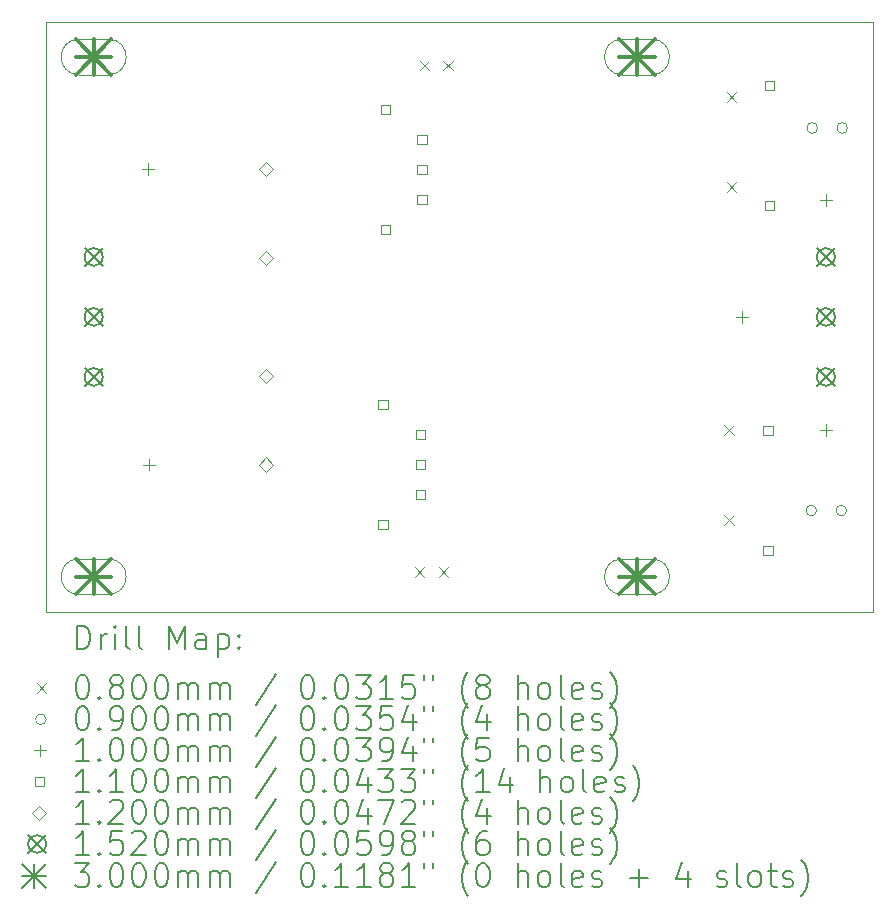
<source format=gbr>
%TF.GenerationSoftware,KiCad,Pcbnew,8.0.6-8.0.6-0~ubuntu22.04.1*%
%TF.CreationDate,2025-01-19T18:25:12+00:00*%
%TF.ProjectId,PSU-addon,5053552d-6164-4646-9f6e-2e6b69636164,rev?*%
%TF.SameCoordinates,Original*%
%TF.FileFunction,Drillmap*%
%TF.FilePolarity,Positive*%
%FSLAX45Y45*%
G04 Gerber Fmt 4.5, Leading zero omitted, Abs format (unit mm)*
G04 Created by KiCad (PCBNEW 8.0.6-8.0.6-0~ubuntu22.04.1) date 2025-01-19 18:25:12*
%MOMM*%
%LPD*%
G01*
G04 APERTURE LIST*
%ADD10C,0.050000*%
%ADD11C,0.200000*%
%ADD12C,0.100000*%
%ADD13C,0.110000*%
%ADD14C,0.120000*%
%ADD15C,0.152000*%
%ADD16C,0.300000*%
G04 APERTURE END LIST*
D10*
X2600000Y-2471276D02*
X9600000Y-2471276D01*
X9600000Y-7471275D01*
X2600000Y-7471275D01*
X2600000Y-2471276D01*
D11*
D12*
X5720000Y-7091275D02*
X5800000Y-7171275D01*
X5800000Y-7091275D02*
X5720000Y-7171275D01*
X5760000Y-2801275D02*
X5840000Y-2881275D01*
X5840000Y-2801275D02*
X5760000Y-2881275D01*
X5920000Y-7091275D02*
X6000000Y-7171275D01*
X6000000Y-7091275D02*
X5920000Y-7171275D01*
X5960000Y-2801275D02*
X6040000Y-2881275D01*
X6040000Y-2801275D02*
X5960000Y-2881275D01*
X8340000Y-5890275D02*
X8420000Y-5970275D01*
X8420000Y-5890275D02*
X8340000Y-5970275D01*
X8340000Y-6652275D02*
X8420000Y-6732275D01*
X8420000Y-6652275D02*
X8340000Y-6732275D01*
X8360000Y-3070000D02*
X8440000Y-3150000D01*
X8440000Y-3070000D02*
X8360000Y-3150000D01*
X8360000Y-3832000D02*
X8440000Y-3912000D01*
X8440000Y-3832000D02*
X8360000Y-3912000D01*
X9121000Y-6611275D02*
G75*
G02*
X9031000Y-6611275I-45000J0D01*
G01*
X9031000Y-6611275D02*
G75*
G02*
X9121000Y-6611275I45000J0D01*
G01*
X9128500Y-3371275D02*
G75*
G02*
X9038500Y-3371275I-45000J0D01*
G01*
X9038500Y-3371275D02*
G75*
G02*
X9128500Y-3371275I45000J0D01*
G01*
X9375000Y-6611275D02*
G75*
G02*
X9285000Y-6611275I-45000J0D01*
G01*
X9285000Y-6611275D02*
G75*
G02*
X9375000Y-6611275I45000J0D01*
G01*
X9382500Y-3371275D02*
G75*
G02*
X9292500Y-3371275I-45000J0D01*
G01*
X9292500Y-3371275D02*
G75*
G02*
X9382500Y-3371275I45000J0D01*
G01*
X3460000Y-3671275D02*
X3460000Y-3771275D01*
X3410000Y-3721275D02*
X3510000Y-3721275D01*
X3470000Y-6171275D02*
X3470000Y-6271275D01*
X3420000Y-6221275D02*
X3520000Y-6221275D01*
X8490000Y-4920000D02*
X8490000Y-5020000D01*
X8440000Y-4970000D02*
X8540000Y-4970000D01*
X9200000Y-3931275D02*
X9200000Y-4031275D01*
X9150000Y-3981275D02*
X9250000Y-3981275D01*
X9200000Y-5881275D02*
X9200000Y-5981275D01*
X9150000Y-5931275D02*
X9250000Y-5931275D01*
D13*
X5488891Y-5752167D02*
X5488891Y-5674384D01*
X5411109Y-5674384D01*
X5411109Y-5752167D01*
X5488891Y-5752167D01*
X5488891Y-6768167D02*
X5488891Y-6690384D01*
X5411109Y-6690384D01*
X5411109Y-6768167D01*
X5488891Y-6768167D01*
X5508891Y-3252167D02*
X5508891Y-3174384D01*
X5431109Y-3174384D01*
X5431109Y-3252167D01*
X5508891Y-3252167D01*
X5508891Y-4268167D02*
X5508891Y-4190384D01*
X5431109Y-4190384D01*
X5431109Y-4268167D01*
X5508891Y-4268167D01*
X5808891Y-6006167D02*
X5808891Y-5928384D01*
X5731109Y-5928384D01*
X5731109Y-6006167D01*
X5808891Y-6006167D01*
X5808891Y-6260167D02*
X5808891Y-6182384D01*
X5731109Y-6182384D01*
X5731109Y-6260167D01*
X5808891Y-6260167D01*
X5808891Y-6514167D02*
X5808891Y-6436384D01*
X5731109Y-6436384D01*
X5731109Y-6514167D01*
X5808891Y-6514167D01*
X5818891Y-3506167D02*
X5818891Y-3428384D01*
X5741109Y-3428384D01*
X5741109Y-3506167D01*
X5818891Y-3506167D01*
X5818891Y-3760167D02*
X5818891Y-3682384D01*
X5741109Y-3682384D01*
X5741109Y-3760167D01*
X5818891Y-3760167D01*
X5818891Y-4014167D02*
X5818891Y-3936384D01*
X5741109Y-3936384D01*
X5741109Y-4014167D01*
X5818891Y-4014167D01*
X8748891Y-5972167D02*
X8748891Y-5894384D01*
X8671109Y-5894384D01*
X8671109Y-5972167D01*
X8748891Y-5972167D01*
X8748891Y-6988167D02*
X8748891Y-6910384D01*
X8671109Y-6910384D01*
X8671109Y-6988167D01*
X8748891Y-6988167D01*
X8758891Y-3052167D02*
X8758891Y-2974384D01*
X8681109Y-2974384D01*
X8681109Y-3052167D01*
X8758891Y-3052167D01*
X8758891Y-4068167D02*
X8758891Y-3990384D01*
X8681109Y-3990384D01*
X8681109Y-4068167D01*
X8758891Y-4068167D01*
D14*
X4460000Y-3781275D02*
X4520000Y-3721275D01*
X4460000Y-3661275D01*
X4400000Y-3721275D01*
X4460000Y-3781275D01*
X4460000Y-4531276D02*
X4520000Y-4471276D01*
X4460000Y-4411276D01*
X4400000Y-4471276D01*
X4460000Y-4531276D01*
X4460000Y-5531276D02*
X4520000Y-5471276D01*
X4460000Y-5411276D01*
X4400000Y-5471276D01*
X4460000Y-5531276D01*
X4460000Y-6281275D02*
X4520000Y-6221275D01*
X4460000Y-6161275D01*
X4400000Y-6221275D01*
X4460000Y-6281275D01*
D15*
X2924000Y-4387276D02*
X3076000Y-4539276D01*
X3076000Y-4387276D02*
X2924000Y-4539276D01*
X3076000Y-4463276D02*
G75*
G02*
X2924000Y-4463276I-76000J0D01*
G01*
X2924000Y-4463276D02*
G75*
G02*
X3076000Y-4463276I76000J0D01*
G01*
X2924000Y-4895276D02*
X3076000Y-5047276D01*
X3076000Y-4895276D02*
X2924000Y-5047276D01*
X3076000Y-4971276D02*
G75*
G02*
X2924000Y-4971276I-76000J0D01*
G01*
X2924000Y-4971276D02*
G75*
G02*
X3076000Y-4971276I76000J0D01*
G01*
X2924000Y-5403276D02*
X3076000Y-5555276D01*
X3076000Y-5403276D02*
X2924000Y-5555276D01*
X3076000Y-5479276D02*
G75*
G02*
X2924000Y-5479276I-76000J0D01*
G01*
X2924000Y-5479276D02*
G75*
G02*
X3076000Y-5479276I76000J0D01*
G01*
X9124000Y-4387276D02*
X9276000Y-4539276D01*
X9276000Y-4387276D02*
X9124000Y-4539276D01*
X9276000Y-4463276D02*
G75*
G02*
X9124000Y-4463276I-76000J0D01*
G01*
X9124000Y-4463276D02*
G75*
G02*
X9276000Y-4463276I76000J0D01*
G01*
X9124000Y-4895276D02*
X9276000Y-5047276D01*
X9276000Y-4895276D02*
X9124000Y-5047276D01*
X9276000Y-4971276D02*
G75*
G02*
X9124000Y-4971276I-76000J0D01*
G01*
X9124000Y-4971276D02*
G75*
G02*
X9276000Y-4971276I76000J0D01*
G01*
X9124000Y-5403276D02*
X9276000Y-5555276D01*
X9276000Y-5403276D02*
X9124000Y-5555276D01*
X9276000Y-5479276D02*
G75*
G02*
X9124000Y-5479276I-76000J0D01*
G01*
X9124000Y-5479276D02*
G75*
G02*
X9276000Y-5479276I76000J0D01*
G01*
D16*
X2850000Y-2620000D02*
X3150000Y-2920000D01*
X3150000Y-2620000D02*
X2850000Y-2920000D01*
X3000000Y-2620000D02*
X3000000Y-2920000D01*
X2850000Y-2770000D02*
X3150000Y-2770000D01*
D12*
X2875000Y-2920000D02*
X3125000Y-2920000D01*
X3125000Y-2620000D02*
G75*
G02*
X3125000Y-2920000I0J-150000D01*
G01*
X3125000Y-2620000D02*
X2875000Y-2620000D01*
X2875000Y-2620000D02*
G75*
G03*
X2875000Y-2920000I0J-150000D01*
G01*
D16*
X2850000Y-7020000D02*
X3150000Y-7320000D01*
X3150000Y-7020000D02*
X2850000Y-7320000D01*
X3000000Y-7020000D02*
X3000000Y-7320000D01*
X2850000Y-7170000D02*
X3150000Y-7170000D01*
D12*
X2875000Y-7320000D02*
X3125000Y-7320000D01*
X3125000Y-7020000D02*
G75*
G02*
X3125000Y-7320000I0J-150000D01*
G01*
X3125000Y-7020000D02*
X2875000Y-7020000D01*
X2875000Y-7020000D02*
G75*
G03*
X2875000Y-7320000I0J-150000D01*
G01*
D16*
X7450000Y-2620000D02*
X7750000Y-2920000D01*
X7750000Y-2620000D02*
X7450000Y-2920000D01*
X7600000Y-2620000D02*
X7600000Y-2920000D01*
X7450000Y-2770000D02*
X7750000Y-2770000D01*
D12*
X7475000Y-2920000D02*
X7725000Y-2920000D01*
X7725000Y-2620000D02*
G75*
G02*
X7725000Y-2920000I0J-150000D01*
G01*
X7725000Y-2620000D02*
X7475000Y-2620000D01*
X7475000Y-2620000D02*
G75*
G03*
X7475000Y-2920000I0J-150000D01*
G01*
D16*
X7450000Y-7020000D02*
X7750000Y-7320000D01*
X7750000Y-7020000D02*
X7450000Y-7320000D01*
X7600000Y-7020000D02*
X7600000Y-7320000D01*
X7450000Y-7170000D02*
X7750000Y-7170000D01*
D12*
X7475000Y-7320000D02*
X7725000Y-7320000D01*
X7725000Y-7020000D02*
G75*
G02*
X7725000Y-7320000I0J-150000D01*
G01*
X7725000Y-7020000D02*
X7475000Y-7020000D01*
X7475000Y-7020000D02*
G75*
G03*
X7475000Y-7320000I0J-150000D01*
G01*
D11*
X2858277Y-7785259D02*
X2858277Y-7585259D01*
X2858277Y-7585259D02*
X2905896Y-7585259D01*
X2905896Y-7585259D02*
X2934467Y-7594783D01*
X2934467Y-7594783D02*
X2953515Y-7613831D01*
X2953515Y-7613831D02*
X2963039Y-7632878D01*
X2963039Y-7632878D02*
X2972562Y-7670973D01*
X2972562Y-7670973D02*
X2972562Y-7699545D01*
X2972562Y-7699545D02*
X2963039Y-7737640D01*
X2963039Y-7737640D02*
X2953515Y-7756688D01*
X2953515Y-7756688D02*
X2934467Y-7775735D01*
X2934467Y-7775735D02*
X2905896Y-7785259D01*
X2905896Y-7785259D02*
X2858277Y-7785259D01*
X3058277Y-7785259D02*
X3058277Y-7651926D01*
X3058277Y-7690021D02*
X3067801Y-7670973D01*
X3067801Y-7670973D02*
X3077324Y-7661450D01*
X3077324Y-7661450D02*
X3096372Y-7651926D01*
X3096372Y-7651926D02*
X3115420Y-7651926D01*
X3182086Y-7785259D02*
X3182086Y-7651926D01*
X3182086Y-7585259D02*
X3172562Y-7594783D01*
X3172562Y-7594783D02*
X3182086Y-7604307D01*
X3182086Y-7604307D02*
X3191610Y-7594783D01*
X3191610Y-7594783D02*
X3182086Y-7585259D01*
X3182086Y-7585259D02*
X3182086Y-7604307D01*
X3305896Y-7785259D02*
X3286848Y-7775735D01*
X3286848Y-7775735D02*
X3277324Y-7756688D01*
X3277324Y-7756688D02*
X3277324Y-7585259D01*
X3410658Y-7785259D02*
X3391610Y-7775735D01*
X3391610Y-7775735D02*
X3382086Y-7756688D01*
X3382086Y-7756688D02*
X3382086Y-7585259D01*
X3639229Y-7785259D02*
X3639229Y-7585259D01*
X3639229Y-7585259D02*
X3705896Y-7728116D01*
X3705896Y-7728116D02*
X3772562Y-7585259D01*
X3772562Y-7585259D02*
X3772562Y-7785259D01*
X3953515Y-7785259D02*
X3953515Y-7680497D01*
X3953515Y-7680497D02*
X3943991Y-7661450D01*
X3943991Y-7661450D02*
X3924943Y-7651926D01*
X3924943Y-7651926D02*
X3886848Y-7651926D01*
X3886848Y-7651926D02*
X3867801Y-7661450D01*
X3953515Y-7775735D02*
X3934467Y-7785259D01*
X3934467Y-7785259D02*
X3886848Y-7785259D01*
X3886848Y-7785259D02*
X3867801Y-7775735D01*
X3867801Y-7775735D02*
X3858277Y-7756688D01*
X3858277Y-7756688D02*
X3858277Y-7737640D01*
X3858277Y-7737640D02*
X3867801Y-7718593D01*
X3867801Y-7718593D02*
X3886848Y-7709069D01*
X3886848Y-7709069D02*
X3934467Y-7709069D01*
X3934467Y-7709069D02*
X3953515Y-7699545D01*
X4048753Y-7651926D02*
X4048753Y-7851926D01*
X4048753Y-7661450D02*
X4067801Y-7651926D01*
X4067801Y-7651926D02*
X4105896Y-7651926D01*
X4105896Y-7651926D02*
X4124943Y-7661450D01*
X4124943Y-7661450D02*
X4134467Y-7670973D01*
X4134467Y-7670973D02*
X4143991Y-7690021D01*
X4143991Y-7690021D02*
X4143991Y-7747164D01*
X4143991Y-7747164D02*
X4134467Y-7766212D01*
X4134467Y-7766212D02*
X4124943Y-7775735D01*
X4124943Y-7775735D02*
X4105896Y-7785259D01*
X4105896Y-7785259D02*
X4067801Y-7785259D01*
X4067801Y-7785259D02*
X4048753Y-7775735D01*
X4229705Y-7766212D02*
X4239229Y-7775735D01*
X4239229Y-7775735D02*
X4229705Y-7785259D01*
X4229705Y-7785259D02*
X4220182Y-7775735D01*
X4220182Y-7775735D02*
X4229705Y-7766212D01*
X4229705Y-7766212D02*
X4229705Y-7785259D01*
X4229705Y-7661450D02*
X4239229Y-7670973D01*
X4239229Y-7670973D02*
X4229705Y-7680497D01*
X4229705Y-7680497D02*
X4220182Y-7670973D01*
X4220182Y-7670973D02*
X4229705Y-7661450D01*
X4229705Y-7661450D02*
X4229705Y-7680497D01*
D12*
X2517500Y-8073775D02*
X2597500Y-8153775D01*
X2597500Y-8073775D02*
X2517500Y-8153775D01*
D11*
X2896372Y-8005259D02*
X2915420Y-8005259D01*
X2915420Y-8005259D02*
X2934467Y-8014783D01*
X2934467Y-8014783D02*
X2943991Y-8024307D01*
X2943991Y-8024307D02*
X2953515Y-8043354D01*
X2953515Y-8043354D02*
X2963039Y-8081450D01*
X2963039Y-8081450D02*
X2963039Y-8129069D01*
X2963039Y-8129069D02*
X2953515Y-8167164D01*
X2953515Y-8167164D02*
X2943991Y-8186212D01*
X2943991Y-8186212D02*
X2934467Y-8195735D01*
X2934467Y-8195735D02*
X2915420Y-8205259D01*
X2915420Y-8205259D02*
X2896372Y-8205259D01*
X2896372Y-8205259D02*
X2877324Y-8195735D01*
X2877324Y-8195735D02*
X2867801Y-8186212D01*
X2867801Y-8186212D02*
X2858277Y-8167164D01*
X2858277Y-8167164D02*
X2848753Y-8129069D01*
X2848753Y-8129069D02*
X2848753Y-8081450D01*
X2848753Y-8081450D02*
X2858277Y-8043354D01*
X2858277Y-8043354D02*
X2867801Y-8024307D01*
X2867801Y-8024307D02*
X2877324Y-8014783D01*
X2877324Y-8014783D02*
X2896372Y-8005259D01*
X3048753Y-8186212D02*
X3058277Y-8195735D01*
X3058277Y-8195735D02*
X3048753Y-8205259D01*
X3048753Y-8205259D02*
X3039229Y-8195735D01*
X3039229Y-8195735D02*
X3048753Y-8186212D01*
X3048753Y-8186212D02*
X3048753Y-8205259D01*
X3172562Y-8090973D02*
X3153515Y-8081450D01*
X3153515Y-8081450D02*
X3143991Y-8071926D01*
X3143991Y-8071926D02*
X3134467Y-8052878D01*
X3134467Y-8052878D02*
X3134467Y-8043354D01*
X3134467Y-8043354D02*
X3143991Y-8024307D01*
X3143991Y-8024307D02*
X3153515Y-8014783D01*
X3153515Y-8014783D02*
X3172562Y-8005259D01*
X3172562Y-8005259D02*
X3210658Y-8005259D01*
X3210658Y-8005259D02*
X3229705Y-8014783D01*
X3229705Y-8014783D02*
X3239229Y-8024307D01*
X3239229Y-8024307D02*
X3248753Y-8043354D01*
X3248753Y-8043354D02*
X3248753Y-8052878D01*
X3248753Y-8052878D02*
X3239229Y-8071926D01*
X3239229Y-8071926D02*
X3229705Y-8081450D01*
X3229705Y-8081450D02*
X3210658Y-8090973D01*
X3210658Y-8090973D02*
X3172562Y-8090973D01*
X3172562Y-8090973D02*
X3153515Y-8100497D01*
X3153515Y-8100497D02*
X3143991Y-8110021D01*
X3143991Y-8110021D02*
X3134467Y-8129069D01*
X3134467Y-8129069D02*
X3134467Y-8167164D01*
X3134467Y-8167164D02*
X3143991Y-8186212D01*
X3143991Y-8186212D02*
X3153515Y-8195735D01*
X3153515Y-8195735D02*
X3172562Y-8205259D01*
X3172562Y-8205259D02*
X3210658Y-8205259D01*
X3210658Y-8205259D02*
X3229705Y-8195735D01*
X3229705Y-8195735D02*
X3239229Y-8186212D01*
X3239229Y-8186212D02*
X3248753Y-8167164D01*
X3248753Y-8167164D02*
X3248753Y-8129069D01*
X3248753Y-8129069D02*
X3239229Y-8110021D01*
X3239229Y-8110021D02*
X3229705Y-8100497D01*
X3229705Y-8100497D02*
X3210658Y-8090973D01*
X3372562Y-8005259D02*
X3391610Y-8005259D01*
X3391610Y-8005259D02*
X3410658Y-8014783D01*
X3410658Y-8014783D02*
X3420182Y-8024307D01*
X3420182Y-8024307D02*
X3429705Y-8043354D01*
X3429705Y-8043354D02*
X3439229Y-8081450D01*
X3439229Y-8081450D02*
X3439229Y-8129069D01*
X3439229Y-8129069D02*
X3429705Y-8167164D01*
X3429705Y-8167164D02*
X3420182Y-8186212D01*
X3420182Y-8186212D02*
X3410658Y-8195735D01*
X3410658Y-8195735D02*
X3391610Y-8205259D01*
X3391610Y-8205259D02*
X3372562Y-8205259D01*
X3372562Y-8205259D02*
X3353515Y-8195735D01*
X3353515Y-8195735D02*
X3343991Y-8186212D01*
X3343991Y-8186212D02*
X3334467Y-8167164D01*
X3334467Y-8167164D02*
X3324943Y-8129069D01*
X3324943Y-8129069D02*
X3324943Y-8081450D01*
X3324943Y-8081450D02*
X3334467Y-8043354D01*
X3334467Y-8043354D02*
X3343991Y-8024307D01*
X3343991Y-8024307D02*
X3353515Y-8014783D01*
X3353515Y-8014783D02*
X3372562Y-8005259D01*
X3563039Y-8005259D02*
X3582086Y-8005259D01*
X3582086Y-8005259D02*
X3601134Y-8014783D01*
X3601134Y-8014783D02*
X3610658Y-8024307D01*
X3610658Y-8024307D02*
X3620182Y-8043354D01*
X3620182Y-8043354D02*
X3629705Y-8081450D01*
X3629705Y-8081450D02*
X3629705Y-8129069D01*
X3629705Y-8129069D02*
X3620182Y-8167164D01*
X3620182Y-8167164D02*
X3610658Y-8186212D01*
X3610658Y-8186212D02*
X3601134Y-8195735D01*
X3601134Y-8195735D02*
X3582086Y-8205259D01*
X3582086Y-8205259D02*
X3563039Y-8205259D01*
X3563039Y-8205259D02*
X3543991Y-8195735D01*
X3543991Y-8195735D02*
X3534467Y-8186212D01*
X3534467Y-8186212D02*
X3524943Y-8167164D01*
X3524943Y-8167164D02*
X3515420Y-8129069D01*
X3515420Y-8129069D02*
X3515420Y-8081450D01*
X3515420Y-8081450D02*
X3524943Y-8043354D01*
X3524943Y-8043354D02*
X3534467Y-8024307D01*
X3534467Y-8024307D02*
X3543991Y-8014783D01*
X3543991Y-8014783D02*
X3563039Y-8005259D01*
X3715420Y-8205259D02*
X3715420Y-8071926D01*
X3715420Y-8090973D02*
X3724943Y-8081450D01*
X3724943Y-8081450D02*
X3743991Y-8071926D01*
X3743991Y-8071926D02*
X3772563Y-8071926D01*
X3772563Y-8071926D02*
X3791610Y-8081450D01*
X3791610Y-8081450D02*
X3801134Y-8100497D01*
X3801134Y-8100497D02*
X3801134Y-8205259D01*
X3801134Y-8100497D02*
X3810658Y-8081450D01*
X3810658Y-8081450D02*
X3829705Y-8071926D01*
X3829705Y-8071926D02*
X3858277Y-8071926D01*
X3858277Y-8071926D02*
X3877324Y-8081450D01*
X3877324Y-8081450D02*
X3886848Y-8100497D01*
X3886848Y-8100497D02*
X3886848Y-8205259D01*
X3982086Y-8205259D02*
X3982086Y-8071926D01*
X3982086Y-8090973D02*
X3991610Y-8081450D01*
X3991610Y-8081450D02*
X4010658Y-8071926D01*
X4010658Y-8071926D02*
X4039229Y-8071926D01*
X4039229Y-8071926D02*
X4058277Y-8081450D01*
X4058277Y-8081450D02*
X4067801Y-8100497D01*
X4067801Y-8100497D02*
X4067801Y-8205259D01*
X4067801Y-8100497D02*
X4077324Y-8081450D01*
X4077324Y-8081450D02*
X4096372Y-8071926D01*
X4096372Y-8071926D02*
X4124943Y-8071926D01*
X4124943Y-8071926D02*
X4143991Y-8081450D01*
X4143991Y-8081450D02*
X4153515Y-8100497D01*
X4153515Y-8100497D02*
X4153515Y-8205259D01*
X4543991Y-7995735D02*
X4372563Y-8252878D01*
X4801134Y-8005259D02*
X4820182Y-8005259D01*
X4820182Y-8005259D02*
X4839229Y-8014783D01*
X4839229Y-8014783D02*
X4848753Y-8024307D01*
X4848753Y-8024307D02*
X4858277Y-8043354D01*
X4858277Y-8043354D02*
X4867801Y-8081450D01*
X4867801Y-8081450D02*
X4867801Y-8129069D01*
X4867801Y-8129069D02*
X4858277Y-8167164D01*
X4858277Y-8167164D02*
X4848753Y-8186212D01*
X4848753Y-8186212D02*
X4839229Y-8195735D01*
X4839229Y-8195735D02*
X4820182Y-8205259D01*
X4820182Y-8205259D02*
X4801134Y-8205259D01*
X4801134Y-8205259D02*
X4782087Y-8195735D01*
X4782087Y-8195735D02*
X4772563Y-8186212D01*
X4772563Y-8186212D02*
X4763039Y-8167164D01*
X4763039Y-8167164D02*
X4753515Y-8129069D01*
X4753515Y-8129069D02*
X4753515Y-8081450D01*
X4753515Y-8081450D02*
X4763039Y-8043354D01*
X4763039Y-8043354D02*
X4772563Y-8024307D01*
X4772563Y-8024307D02*
X4782087Y-8014783D01*
X4782087Y-8014783D02*
X4801134Y-8005259D01*
X4953515Y-8186212D02*
X4963039Y-8195735D01*
X4963039Y-8195735D02*
X4953515Y-8205259D01*
X4953515Y-8205259D02*
X4943991Y-8195735D01*
X4943991Y-8195735D02*
X4953515Y-8186212D01*
X4953515Y-8186212D02*
X4953515Y-8205259D01*
X5086848Y-8005259D02*
X5105896Y-8005259D01*
X5105896Y-8005259D02*
X5124944Y-8014783D01*
X5124944Y-8014783D02*
X5134468Y-8024307D01*
X5134468Y-8024307D02*
X5143991Y-8043354D01*
X5143991Y-8043354D02*
X5153515Y-8081450D01*
X5153515Y-8081450D02*
X5153515Y-8129069D01*
X5153515Y-8129069D02*
X5143991Y-8167164D01*
X5143991Y-8167164D02*
X5134468Y-8186212D01*
X5134468Y-8186212D02*
X5124944Y-8195735D01*
X5124944Y-8195735D02*
X5105896Y-8205259D01*
X5105896Y-8205259D02*
X5086848Y-8205259D01*
X5086848Y-8205259D02*
X5067801Y-8195735D01*
X5067801Y-8195735D02*
X5058277Y-8186212D01*
X5058277Y-8186212D02*
X5048753Y-8167164D01*
X5048753Y-8167164D02*
X5039229Y-8129069D01*
X5039229Y-8129069D02*
X5039229Y-8081450D01*
X5039229Y-8081450D02*
X5048753Y-8043354D01*
X5048753Y-8043354D02*
X5058277Y-8024307D01*
X5058277Y-8024307D02*
X5067801Y-8014783D01*
X5067801Y-8014783D02*
X5086848Y-8005259D01*
X5220182Y-8005259D02*
X5343991Y-8005259D01*
X5343991Y-8005259D02*
X5277325Y-8081450D01*
X5277325Y-8081450D02*
X5305896Y-8081450D01*
X5305896Y-8081450D02*
X5324944Y-8090973D01*
X5324944Y-8090973D02*
X5334468Y-8100497D01*
X5334468Y-8100497D02*
X5343991Y-8119545D01*
X5343991Y-8119545D02*
X5343991Y-8167164D01*
X5343991Y-8167164D02*
X5334468Y-8186212D01*
X5334468Y-8186212D02*
X5324944Y-8195735D01*
X5324944Y-8195735D02*
X5305896Y-8205259D01*
X5305896Y-8205259D02*
X5248753Y-8205259D01*
X5248753Y-8205259D02*
X5229706Y-8195735D01*
X5229706Y-8195735D02*
X5220182Y-8186212D01*
X5534468Y-8205259D02*
X5420182Y-8205259D01*
X5477325Y-8205259D02*
X5477325Y-8005259D01*
X5477325Y-8005259D02*
X5458277Y-8033831D01*
X5458277Y-8033831D02*
X5439229Y-8052878D01*
X5439229Y-8052878D02*
X5420182Y-8062402D01*
X5715420Y-8005259D02*
X5620182Y-8005259D01*
X5620182Y-8005259D02*
X5610658Y-8100497D01*
X5610658Y-8100497D02*
X5620182Y-8090973D01*
X5620182Y-8090973D02*
X5639229Y-8081450D01*
X5639229Y-8081450D02*
X5686848Y-8081450D01*
X5686848Y-8081450D02*
X5705896Y-8090973D01*
X5705896Y-8090973D02*
X5715420Y-8100497D01*
X5715420Y-8100497D02*
X5724944Y-8119545D01*
X5724944Y-8119545D02*
X5724944Y-8167164D01*
X5724944Y-8167164D02*
X5715420Y-8186212D01*
X5715420Y-8186212D02*
X5705896Y-8195735D01*
X5705896Y-8195735D02*
X5686848Y-8205259D01*
X5686848Y-8205259D02*
X5639229Y-8205259D01*
X5639229Y-8205259D02*
X5620182Y-8195735D01*
X5620182Y-8195735D02*
X5610658Y-8186212D01*
X5801134Y-8005259D02*
X5801134Y-8043354D01*
X5877325Y-8005259D02*
X5877325Y-8043354D01*
X6172563Y-8281450D02*
X6163039Y-8271926D01*
X6163039Y-8271926D02*
X6143991Y-8243354D01*
X6143991Y-8243354D02*
X6134468Y-8224307D01*
X6134468Y-8224307D02*
X6124944Y-8195735D01*
X6124944Y-8195735D02*
X6115420Y-8148116D01*
X6115420Y-8148116D02*
X6115420Y-8110021D01*
X6115420Y-8110021D02*
X6124944Y-8062402D01*
X6124944Y-8062402D02*
X6134468Y-8033831D01*
X6134468Y-8033831D02*
X6143991Y-8014783D01*
X6143991Y-8014783D02*
X6163039Y-7986212D01*
X6163039Y-7986212D02*
X6172563Y-7976688D01*
X6277325Y-8090973D02*
X6258277Y-8081450D01*
X6258277Y-8081450D02*
X6248753Y-8071926D01*
X6248753Y-8071926D02*
X6239229Y-8052878D01*
X6239229Y-8052878D02*
X6239229Y-8043354D01*
X6239229Y-8043354D02*
X6248753Y-8024307D01*
X6248753Y-8024307D02*
X6258277Y-8014783D01*
X6258277Y-8014783D02*
X6277325Y-8005259D01*
X6277325Y-8005259D02*
X6315420Y-8005259D01*
X6315420Y-8005259D02*
X6334468Y-8014783D01*
X6334468Y-8014783D02*
X6343991Y-8024307D01*
X6343991Y-8024307D02*
X6353515Y-8043354D01*
X6353515Y-8043354D02*
X6353515Y-8052878D01*
X6353515Y-8052878D02*
X6343991Y-8071926D01*
X6343991Y-8071926D02*
X6334468Y-8081450D01*
X6334468Y-8081450D02*
X6315420Y-8090973D01*
X6315420Y-8090973D02*
X6277325Y-8090973D01*
X6277325Y-8090973D02*
X6258277Y-8100497D01*
X6258277Y-8100497D02*
X6248753Y-8110021D01*
X6248753Y-8110021D02*
X6239229Y-8129069D01*
X6239229Y-8129069D02*
X6239229Y-8167164D01*
X6239229Y-8167164D02*
X6248753Y-8186212D01*
X6248753Y-8186212D02*
X6258277Y-8195735D01*
X6258277Y-8195735D02*
X6277325Y-8205259D01*
X6277325Y-8205259D02*
X6315420Y-8205259D01*
X6315420Y-8205259D02*
X6334468Y-8195735D01*
X6334468Y-8195735D02*
X6343991Y-8186212D01*
X6343991Y-8186212D02*
X6353515Y-8167164D01*
X6353515Y-8167164D02*
X6353515Y-8129069D01*
X6353515Y-8129069D02*
X6343991Y-8110021D01*
X6343991Y-8110021D02*
X6334468Y-8100497D01*
X6334468Y-8100497D02*
X6315420Y-8090973D01*
X6591610Y-8205259D02*
X6591610Y-8005259D01*
X6677325Y-8205259D02*
X6677325Y-8100497D01*
X6677325Y-8100497D02*
X6667801Y-8081450D01*
X6667801Y-8081450D02*
X6648753Y-8071926D01*
X6648753Y-8071926D02*
X6620182Y-8071926D01*
X6620182Y-8071926D02*
X6601134Y-8081450D01*
X6601134Y-8081450D02*
X6591610Y-8090973D01*
X6801134Y-8205259D02*
X6782087Y-8195735D01*
X6782087Y-8195735D02*
X6772563Y-8186212D01*
X6772563Y-8186212D02*
X6763039Y-8167164D01*
X6763039Y-8167164D02*
X6763039Y-8110021D01*
X6763039Y-8110021D02*
X6772563Y-8090973D01*
X6772563Y-8090973D02*
X6782087Y-8081450D01*
X6782087Y-8081450D02*
X6801134Y-8071926D01*
X6801134Y-8071926D02*
X6829706Y-8071926D01*
X6829706Y-8071926D02*
X6848753Y-8081450D01*
X6848753Y-8081450D02*
X6858277Y-8090973D01*
X6858277Y-8090973D02*
X6867801Y-8110021D01*
X6867801Y-8110021D02*
X6867801Y-8167164D01*
X6867801Y-8167164D02*
X6858277Y-8186212D01*
X6858277Y-8186212D02*
X6848753Y-8195735D01*
X6848753Y-8195735D02*
X6829706Y-8205259D01*
X6829706Y-8205259D02*
X6801134Y-8205259D01*
X6982087Y-8205259D02*
X6963039Y-8195735D01*
X6963039Y-8195735D02*
X6953515Y-8176688D01*
X6953515Y-8176688D02*
X6953515Y-8005259D01*
X7134468Y-8195735D02*
X7115420Y-8205259D01*
X7115420Y-8205259D02*
X7077325Y-8205259D01*
X7077325Y-8205259D02*
X7058277Y-8195735D01*
X7058277Y-8195735D02*
X7048753Y-8176688D01*
X7048753Y-8176688D02*
X7048753Y-8100497D01*
X7048753Y-8100497D02*
X7058277Y-8081450D01*
X7058277Y-8081450D02*
X7077325Y-8071926D01*
X7077325Y-8071926D02*
X7115420Y-8071926D01*
X7115420Y-8071926D02*
X7134468Y-8081450D01*
X7134468Y-8081450D02*
X7143991Y-8100497D01*
X7143991Y-8100497D02*
X7143991Y-8119545D01*
X7143991Y-8119545D02*
X7048753Y-8138593D01*
X7220182Y-8195735D02*
X7239230Y-8205259D01*
X7239230Y-8205259D02*
X7277325Y-8205259D01*
X7277325Y-8205259D02*
X7296372Y-8195735D01*
X7296372Y-8195735D02*
X7305896Y-8176688D01*
X7305896Y-8176688D02*
X7305896Y-8167164D01*
X7305896Y-8167164D02*
X7296372Y-8148116D01*
X7296372Y-8148116D02*
X7277325Y-8138593D01*
X7277325Y-8138593D02*
X7248753Y-8138593D01*
X7248753Y-8138593D02*
X7229706Y-8129069D01*
X7229706Y-8129069D02*
X7220182Y-8110021D01*
X7220182Y-8110021D02*
X7220182Y-8100497D01*
X7220182Y-8100497D02*
X7229706Y-8081450D01*
X7229706Y-8081450D02*
X7248753Y-8071926D01*
X7248753Y-8071926D02*
X7277325Y-8071926D01*
X7277325Y-8071926D02*
X7296372Y-8081450D01*
X7372563Y-8281450D02*
X7382087Y-8271926D01*
X7382087Y-8271926D02*
X7401134Y-8243354D01*
X7401134Y-8243354D02*
X7410658Y-8224307D01*
X7410658Y-8224307D02*
X7420182Y-8195735D01*
X7420182Y-8195735D02*
X7429706Y-8148116D01*
X7429706Y-8148116D02*
X7429706Y-8110021D01*
X7429706Y-8110021D02*
X7420182Y-8062402D01*
X7420182Y-8062402D02*
X7410658Y-8033831D01*
X7410658Y-8033831D02*
X7401134Y-8014783D01*
X7401134Y-8014783D02*
X7382087Y-7986212D01*
X7382087Y-7986212D02*
X7372563Y-7976688D01*
D12*
X2597500Y-8377775D02*
G75*
G02*
X2507500Y-8377775I-45000J0D01*
G01*
X2507500Y-8377775D02*
G75*
G02*
X2597500Y-8377775I45000J0D01*
G01*
D11*
X2896372Y-8269259D02*
X2915420Y-8269259D01*
X2915420Y-8269259D02*
X2934467Y-8278783D01*
X2934467Y-8278783D02*
X2943991Y-8288307D01*
X2943991Y-8288307D02*
X2953515Y-8307354D01*
X2953515Y-8307354D02*
X2963039Y-8345450D01*
X2963039Y-8345450D02*
X2963039Y-8393069D01*
X2963039Y-8393069D02*
X2953515Y-8431164D01*
X2953515Y-8431164D02*
X2943991Y-8450212D01*
X2943991Y-8450212D02*
X2934467Y-8459736D01*
X2934467Y-8459736D02*
X2915420Y-8469259D01*
X2915420Y-8469259D02*
X2896372Y-8469259D01*
X2896372Y-8469259D02*
X2877324Y-8459736D01*
X2877324Y-8459736D02*
X2867801Y-8450212D01*
X2867801Y-8450212D02*
X2858277Y-8431164D01*
X2858277Y-8431164D02*
X2848753Y-8393069D01*
X2848753Y-8393069D02*
X2848753Y-8345450D01*
X2848753Y-8345450D02*
X2858277Y-8307354D01*
X2858277Y-8307354D02*
X2867801Y-8288307D01*
X2867801Y-8288307D02*
X2877324Y-8278783D01*
X2877324Y-8278783D02*
X2896372Y-8269259D01*
X3048753Y-8450212D02*
X3058277Y-8459736D01*
X3058277Y-8459736D02*
X3048753Y-8469259D01*
X3048753Y-8469259D02*
X3039229Y-8459736D01*
X3039229Y-8459736D02*
X3048753Y-8450212D01*
X3048753Y-8450212D02*
X3048753Y-8469259D01*
X3153515Y-8469259D02*
X3191610Y-8469259D01*
X3191610Y-8469259D02*
X3210658Y-8459736D01*
X3210658Y-8459736D02*
X3220182Y-8450212D01*
X3220182Y-8450212D02*
X3239229Y-8421640D01*
X3239229Y-8421640D02*
X3248753Y-8383545D01*
X3248753Y-8383545D02*
X3248753Y-8307354D01*
X3248753Y-8307354D02*
X3239229Y-8288307D01*
X3239229Y-8288307D02*
X3229705Y-8278783D01*
X3229705Y-8278783D02*
X3210658Y-8269259D01*
X3210658Y-8269259D02*
X3172562Y-8269259D01*
X3172562Y-8269259D02*
X3153515Y-8278783D01*
X3153515Y-8278783D02*
X3143991Y-8288307D01*
X3143991Y-8288307D02*
X3134467Y-8307354D01*
X3134467Y-8307354D02*
X3134467Y-8354973D01*
X3134467Y-8354973D02*
X3143991Y-8374021D01*
X3143991Y-8374021D02*
X3153515Y-8383545D01*
X3153515Y-8383545D02*
X3172562Y-8393069D01*
X3172562Y-8393069D02*
X3210658Y-8393069D01*
X3210658Y-8393069D02*
X3229705Y-8383545D01*
X3229705Y-8383545D02*
X3239229Y-8374021D01*
X3239229Y-8374021D02*
X3248753Y-8354973D01*
X3372562Y-8269259D02*
X3391610Y-8269259D01*
X3391610Y-8269259D02*
X3410658Y-8278783D01*
X3410658Y-8278783D02*
X3420182Y-8288307D01*
X3420182Y-8288307D02*
X3429705Y-8307354D01*
X3429705Y-8307354D02*
X3439229Y-8345450D01*
X3439229Y-8345450D02*
X3439229Y-8393069D01*
X3439229Y-8393069D02*
X3429705Y-8431164D01*
X3429705Y-8431164D02*
X3420182Y-8450212D01*
X3420182Y-8450212D02*
X3410658Y-8459736D01*
X3410658Y-8459736D02*
X3391610Y-8469259D01*
X3391610Y-8469259D02*
X3372562Y-8469259D01*
X3372562Y-8469259D02*
X3353515Y-8459736D01*
X3353515Y-8459736D02*
X3343991Y-8450212D01*
X3343991Y-8450212D02*
X3334467Y-8431164D01*
X3334467Y-8431164D02*
X3324943Y-8393069D01*
X3324943Y-8393069D02*
X3324943Y-8345450D01*
X3324943Y-8345450D02*
X3334467Y-8307354D01*
X3334467Y-8307354D02*
X3343991Y-8288307D01*
X3343991Y-8288307D02*
X3353515Y-8278783D01*
X3353515Y-8278783D02*
X3372562Y-8269259D01*
X3563039Y-8269259D02*
X3582086Y-8269259D01*
X3582086Y-8269259D02*
X3601134Y-8278783D01*
X3601134Y-8278783D02*
X3610658Y-8288307D01*
X3610658Y-8288307D02*
X3620182Y-8307354D01*
X3620182Y-8307354D02*
X3629705Y-8345450D01*
X3629705Y-8345450D02*
X3629705Y-8393069D01*
X3629705Y-8393069D02*
X3620182Y-8431164D01*
X3620182Y-8431164D02*
X3610658Y-8450212D01*
X3610658Y-8450212D02*
X3601134Y-8459736D01*
X3601134Y-8459736D02*
X3582086Y-8469259D01*
X3582086Y-8469259D02*
X3563039Y-8469259D01*
X3563039Y-8469259D02*
X3543991Y-8459736D01*
X3543991Y-8459736D02*
X3534467Y-8450212D01*
X3534467Y-8450212D02*
X3524943Y-8431164D01*
X3524943Y-8431164D02*
X3515420Y-8393069D01*
X3515420Y-8393069D02*
X3515420Y-8345450D01*
X3515420Y-8345450D02*
X3524943Y-8307354D01*
X3524943Y-8307354D02*
X3534467Y-8288307D01*
X3534467Y-8288307D02*
X3543991Y-8278783D01*
X3543991Y-8278783D02*
X3563039Y-8269259D01*
X3715420Y-8469259D02*
X3715420Y-8335926D01*
X3715420Y-8354973D02*
X3724943Y-8345450D01*
X3724943Y-8345450D02*
X3743991Y-8335926D01*
X3743991Y-8335926D02*
X3772563Y-8335926D01*
X3772563Y-8335926D02*
X3791610Y-8345450D01*
X3791610Y-8345450D02*
X3801134Y-8364497D01*
X3801134Y-8364497D02*
X3801134Y-8469259D01*
X3801134Y-8364497D02*
X3810658Y-8345450D01*
X3810658Y-8345450D02*
X3829705Y-8335926D01*
X3829705Y-8335926D02*
X3858277Y-8335926D01*
X3858277Y-8335926D02*
X3877324Y-8345450D01*
X3877324Y-8345450D02*
X3886848Y-8364497D01*
X3886848Y-8364497D02*
X3886848Y-8469259D01*
X3982086Y-8469259D02*
X3982086Y-8335926D01*
X3982086Y-8354973D02*
X3991610Y-8345450D01*
X3991610Y-8345450D02*
X4010658Y-8335926D01*
X4010658Y-8335926D02*
X4039229Y-8335926D01*
X4039229Y-8335926D02*
X4058277Y-8345450D01*
X4058277Y-8345450D02*
X4067801Y-8364497D01*
X4067801Y-8364497D02*
X4067801Y-8469259D01*
X4067801Y-8364497D02*
X4077324Y-8345450D01*
X4077324Y-8345450D02*
X4096372Y-8335926D01*
X4096372Y-8335926D02*
X4124943Y-8335926D01*
X4124943Y-8335926D02*
X4143991Y-8345450D01*
X4143991Y-8345450D02*
X4153515Y-8364497D01*
X4153515Y-8364497D02*
X4153515Y-8469259D01*
X4543991Y-8259735D02*
X4372563Y-8516878D01*
X4801134Y-8269259D02*
X4820182Y-8269259D01*
X4820182Y-8269259D02*
X4839229Y-8278783D01*
X4839229Y-8278783D02*
X4848753Y-8288307D01*
X4848753Y-8288307D02*
X4858277Y-8307354D01*
X4858277Y-8307354D02*
X4867801Y-8345450D01*
X4867801Y-8345450D02*
X4867801Y-8393069D01*
X4867801Y-8393069D02*
X4858277Y-8431164D01*
X4858277Y-8431164D02*
X4848753Y-8450212D01*
X4848753Y-8450212D02*
X4839229Y-8459736D01*
X4839229Y-8459736D02*
X4820182Y-8469259D01*
X4820182Y-8469259D02*
X4801134Y-8469259D01*
X4801134Y-8469259D02*
X4782087Y-8459736D01*
X4782087Y-8459736D02*
X4772563Y-8450212D01*
X4772563Y-8450212D02*
X4763039Y-8431164D01*
X4763039Y-8431164D02*
X4753515Y-8393069D01*
X4753515Y-8393069D02*
X4753515Y-8345450D01*
X4753515Y-8345450D02*
X4763039Y-8307354D01*
X4763039Y-8307354D02*
X4772563Y-8288307D01*
X4772563Y-8288307D02*
X4782087Y-8278783D01*
X4782087Y-8278783D02*
X4801134Y-8269259D01*
X4953515Y-8450212D02*
X4963039Y-8459736D01*
X4963039Y-8459736D02*
X4953515Y-8469259D01*
X4953515Y-8469259D02*
X4943991Y-8459736D01*
X4943991Y-8459736D02*
X4953515Y-8450212D01*
X4953515Y-8450212D02*
X4953515Y-8469259D01*
X5086848Y-8269259D02*
X5105896Y-8269259D01*
X5105896Y-8269259D02*
X5124944Y-8278783D01*
X5124944Y-8278783D02*
X5134468Y-8288307D01*
X5134468Y-8288307D02*
X5143991Y-8307354D01*
X5143991Y-8307354D02*
X5153515Y-8345450D01*
X5153515Y-8345450D02*
X5153515Y-8393069D01*
X5153515Y-8393069D02*
X5143991Y-8431164D01*
X5143991Y-8431164D02*
X5134468Y-8450212D01*
X5134468Y-8450212D02*
X5124944Y-8459736D01*
X5124944Y-8459736D02*
X5105896Y-8469259D01*
X5105896Y-8469259D02*
X5086848Y-8469259D01*
X5086848Y-8469259D02*
X5067801Y-8459736D01*
X5067801Y-8459736D02*
X5058277Y-8450212D01*
X5058277Y-8450212D02*
X5048753Y-8431164D01*
X5048753Y-8431164D02*
X5039229Y-8393069D01*
X5039229Y-8393069D02*
X5039229Y-8345450D01*
X5039229Y-8345450D02*
X5048753Y-8307354D01*
X5048753Y-8307354D02*
X5058277Y-8288307D01*
X5058277Y-8288307D02*
X5067801Y-8278783D01*
X5067801Y-8278783D02*
X5086848Y-8269259D01*
X5220182Y-8269259D02*
X5343991Y-8269259D01*
X5343991Y-8269259D02*
X5277325Y-8345450D01*
X5277325Y-8345450D02*
X5305896Y-8345450D01*
X5305896Y-8345450D02*
X5324944Y-8354973D01*
X5324944Y-8354973D02*
X5334468Y-8364497D01*
X5334468Y-8364497D02*
X5343991Y-8383545D01*
X5343991Y-8383545D02*
X5343991Y-8431164D01*
X5343991Y-8431164D02*
X5334468Y-8450212D01*
X5334468Y-8450212D02*
X5324944Y-8459736D01*
X5324944Y-8459736D02*
X5305896Y-8469259D01*
X5305896Y-8469259D02*
X5248753Y-8469259D01*
X5248753Y-8469259D02*
X5229706Y-8459736D01*
X5229706Y-8459736D02*
X5220182Y-8450212D01*
X5524944Y-8269259D02*
X5429706Y-8269259D01*
X5429706Y-8269259D02*
X5420182Y-8364497D01*
X5420182Y-8364497D02*
X5429706Y-8354973D01*
X5429706Y-8354973D02*
X5448753Y-8345450D01*
X5448753Y-8345450D02*
X5496372Y-8345450D01*
X5496372Y-8345450D02*
X5515420Y-8354973D01*
X5515420Y-8354973D02*
X5524944Y-8364497D01*
X5524944Y-8364497D02*
X5534468Y-8383545D01*
X5534468Y-8383545D02*
X5534468Y-8431164D01*
X5534468Y-8431164D02*
X5524944Y-8450212D01*
X5524944Y-8450212D02*
X5515420Y-8459736D01*
X5515420Y-8459736D02*
X5496372Y-8469259D01*
X5496372Y-8469259D02*
X5448753Y-8469259D01*
X5448753Y-8469259D02*
X5429706Y-8459736D01*
X5429706Y-8459736D02*
X5420182Y-8450212D01*
X5705896Y-8335926D02*
X5705896Y-8469259D01*
X5658277Y-8259735D02*
X5610658Y-8402593D01*
X5610658Y-8402593D02*
X5734467Y-8402593D01*
X5801134Y-8269259D02*
X5801134Y-8307354D01*
X5877325Y-8269259D02*
X5877325Y-8307354D01*
X6172563Y-8545450D02*
X6163039Y-8535926D01*
X6163039Y-8535926D02*
X6143991Y-8507355D01*
X6143991Y-8507355D02*
X6134468Y-8488307D01*
X6134468Y-8488307D02*
X6124944Y-8459736D01*
X6124944Y-8459736D02*
X6115420Y-8412116D01*
X6115420Y-8412116D02*
X6115420Y-8374021D01*
X6115420Y-8374021D02*
X6124944Y-8326402D01*
X6124944Y-8326402D02*
X6134468Y-8297831D01*
X6134468Y-8297831D02*
X6143991Y-8278783D01*
X6143991Y-8278783D02*
X6163039Y-8250212D01*
X6163039Y-8250212D02*
X6172563Y-8240688D01*
X6334468Y-8335926D02*
X6334468Y-8469259D01*
X6286848Y-8259735D02*
X6239229Y-8402593D01*
X6239229Y-8402593D02*
X6363039Y-8402593D01*
X6591610Y-8469259D02*
X6591610Y-8269259D01*
X6677325Y-8469259D02*
X6677325Y-8364497D01*
X6677325Y-8364497D02*
X6667801Y-8345450D01*
X6667801Y-8345450D02*
X6648753Y-8335926D01*
X6648753Y-8335926D02*
X6620182Y-8335926D01*
X6620182Y-8335926D02*
X6601134Y-8345450D01*
X6601134Y-8345450D02*
X6591610Y-8354973D01*
X6801134Y-8469259D02*
X6782087Y-8459736D01*
X6782087Y-8459736D02*
X6772563Y-8450212D01*
X6772563Y-8450212D02*
X6763039Y-8431164D01*
X6763039Y-8431164D02*
X6763039Y-8374021D01*
X6763039Y-8374021D02*
X6772563Y-8354973D01*
X6772563Y-8354973D02*
X6782087Y-8345450D01*
X6782087Y-8345450D02*
X6801134Y-8335926D01*
X6801134Y-8335926D02*
X6829706Y-8335926D01*
X6829706Y-8335926D02*
X6848753Y-8345450D01*
X6848753Y-8345450D02*
X6858277Y-8354973D01*
X6858277Y-8354973D02*
X6867801Y-8374021D01*
X6867801Y-8374021D02*
X6867801Y-8431164D01*
X6867801Y-8431164D02*
X6858277Y-8450212D01*
X6858277Y-8450212D02*
X6848753Y-8459736D01*
X6848753Y-8459736D02*
X6829706Y-8469259D01*
X6829706Y-8469259D02*
X6801134Y-8469259D01*
X6982087Y-8469259D02*
X6963039Y-8459736D01*
X6963039Y-8459736D02*
X6953515Y-8440688D01*
X6953515Y-8440688D02*
X6953515Y-8269259D01*
X7134468Y-8459736D02*
X7115420Y-8469259D01*
X7115420Y-8469259D02*
X7077325Y-8469259D01*
X7077325Y-8469259D02*
X7058277Y-8459736D01*
X7058277Y-8459736D02*
X7048753Y-8440688D01*
X7048753Y-8440688D02*
X7048753Y-8364497D01*
X7048753Y-8364497D02*
X7058277Y-8345450D01*
X7058277Y-8345450D02*
X7077325Y-8335926D01*
X7077325Y-8335926D02*
X7115420Y-8335926D01*
X7115420Y-8335926D02*
X7134468Y-8345450D01*
X7134468Y-8345450D02*
X7143991Y-8364497D01*
X7143991Y-8364497D02*
X7143991Y-8383545D01*
X7143991Y-8383545D02*
X7048753Y-8402593D01*
X7220182Y-8459736D02*
X7239230Y-8469259D01*
X7239230Y-8469259D02*
X7277325Y-8469259D01*
X7277325Y-8469259D02*
X7296372Y-8459736D01*
X7296372Y-8459736D02*
X7305896Y-8440688D01*
X7305896Y-8440688D02*
X7305896Y-8431164D01*
X7305896Y-8431164D02*
X7296372Y-8412116D01*
X7296372Y-8412116D02*
X7277325Y-8402593D01*
X7277325Y-8402593D02*
X7248753Y-8402593D01*
X7248753Y-8402593D02*
X7229706Y-8393069D01*
X7229706Y-8393069D02*
X7220182Y-8374021D01*
X7220182Y-8374021D02*
X7220182Y-8364497D01*
X7220182Y-8364497D02*
X7229706Y-8345450D01*
X7229706Y-8345450D02*
X7248753Y-8335926D01*
X7248753Y-8335926D02*
X7277325Y-8335926D01*
X7277325Y-8335926D02*
X7296372Y-8345450D01*
X7372563Y-8545450D02*
X7382087Y-8535926D01*
X7382087Y-8535926D02*
X7401134Y-8507355D01*
X7401134Y-8507355D02*
X7410658Y-8488307D01*
X7410658Y-8488307D02*
X7420182Y-8459736D01*
X7420182Y-8459736D02*
X7429706Y-8412116D01*
X7429706Y-8412116D02*
X7429706Y-8374021D01*
X7429706Y-8374021D02*
X7420182Y-8326402D01*
X7420182Y-8326402D02*
X7410658Y-8297831D01*
X7410658Y-8297831D02*
X7401134Y-8278783D01*
X7401134Y-8278783D02*
X7382087Y-8250212D01*
X7382087Y-8250212D02*
X7372563Y-8240688D01*
D12*
X2547500Y-8591776D02*
X2547500Y-8691776D01*
X2497500Y-8641776D02*
X2597500Y-8641776D01*
D11*
X2963039Y-8733259D02*
X2848753Y-8733259D01*
X2905896Y-8733259D02*
X2905896Y-8533259D01*
X2905896Y-8533259D02*
X2886848Y-8561831D01*
X2886848Y-8561831D02*
X2867801Y-8580878D01*
X2867801Y-8580878D02*
X2848753Y-8590402D01*
X3048753Y-8714212D02*
X3058277Y-8723736D01*
X3058277Y-8723736D02*
X3048753Y-8733259D01*
X3048753Y-8733259D02*
X3039229Y-8723736D01*
X3039229Y-8723736D02*
X3048753Y-8714212D01*
X3048753Y-8714212D02*
X3048753Y-8733259D01*
X3182086Y-8533259D02*
X3201134Y-8533259D01*
X3201134Y-8533259D02*
X3220182Y-8542783D01*
X3220182Y-8542783D02*
X3229705Y-8552307D01*
X3229705Y-8552307D02*
X3239229Y-8571355D01*
X3239229Y-8571355D02*
X3248753Y-8609450D01*
X3248753Y-8609450D02*
X3248753Y-8657069D01*
X3248753Y-8657069D02*
X3239229Y-8695164D01*
X3239229Y-8695164D02*
X3229705Y-8714212D01*
X3229705Y-8714212D02*
X3220182Y-8723736D01*
X3220182Y-8723736D02*
X3201134Y-8733259D01*
X3201134Y-8733259D02*
X3182086Y-8733259D01*
X3182086Y-8733259D02*
X3163039Y-8723736D01*
X3163039Y-8723736D02*
X3153515Y-8714212D01*
X3153515Y-8714212D02*
X3143991Y-8695164D01*
X3143991Y-8695164D02*
X3134467Y-8657069D01*
X3134467Y-8657069D02*
X3134467Y-8609450D01*
X3134467Y-8609450D02*
X3143991Y-8571355D01*
X3143991Y-8571355D02*
X3153515Y-8552307D01*
X3153515Y-8552307D02*
X3163039Y-8542783D01*
X3163039Y-8542783D02*
X3182086Y-8533259D01*
X3372562Y-8533259D02*
X3391610Y-8533259D01*
X3391610Y-8533259D02*
X3410658Y-8542783D01*
X3410658Y-8542783D02*
X3420182Y-8552307D01*
X3420182Y-8552307D02*
X3429705Y-8571355D01*
X3429705Y-8571355D02*
X3439229Y-8609450D01*
X3439229Y-8609450D02*
X3439229Y-8657069D01*
X3439229Y-8657069D02*
X3429705Y-8695164D01*
X3429705Y-8695164D02*
X3420182Y-8714212D01*
X3420182Y-8714212D02*
X3410658Y-8723736D01*
X3410658Y-8723736D02*
X3391610Y-8733259D01*
X3391610Y-8733259D02*
X3372562Y-8733259D01*
X3372562Y-8733259D02*
X3353515Y-8723736D01*
X3353515Y-8723736D02*
X3343991Y-8714212D01*
X3343991Y-8714212D02*
X3334467Y-8695164D01*
X3334467Y-8695164D02*
X3324943Y-8657069D01*
X3324943Y-8657069D02*
X3324943Y-8609450D01*
X3324943Y-8609450D02*
X3334467Y-8571355D01*
X3334467Y-8571355D02*
X3343991Y-8552307D01*
X3343991Y-8552307D02*
X3353515Y-8542783D01*
X3353515Y-8542783D02*
X3372562Y-8533259D01*
X3563039Y-8533259D02*
X3582086Y-8533259D01*
X3582086Y-8533259D02*
X3601134Y-8542783D01*
X3601134Y-8542783D02*
X3610658Y-8552307D01*
X3610658Y-8552307D02*
X3620182Y-8571355D01*
X3620182Y-8571355D02*
X3629705Y-8609450D01*
X3629705Y-8609450D02*
X3629705Y-8657069D01*
X3629705Y-8657069D02*
X3620182Y-8695164D01*
X3620182Y-8695164D02*
X3610658Y-8714212D01*
X3610658Y-8714212D02*
X3601134Y-8723736D01*
X3601134Y-8723736D02*
X3582086Y-8733259D01*
X3582086Y-8733259D02*
X3563039Y-8733259D01*
X3563039Y-8733259D02*
X3543991Y-8723736D01*
X3543991Y-8723736D02*
X3534467Y-8714212D01*
X3534467Y-8714212D02*
X3524943Y-8695164D01*
X3524943Y-8695164D02*
X3515420Y-8657069D01*
X3515420Y-8657069D02*
X3515420Y-8609450D01*
X3515420Y-8609450D02*
X3524943Y-8571355D01*
X3524943Y-8571355D02*
X3534467Y-8552307D01*
X3534467Y-8552307D02*
X3543991Y-8542783D01*
X3543991Y-8542783D02*
X3563039Y-8533259D01*
X3715420Y-8733259D02*
X3715420Y-8599926D01*
X3715420Y-8618974D02*
X3724943Y-8609450D01*
X3724943Y-8609450D02*
X3743991Y-8599926D01*
X3743991Y-8599926D02*
X3772563Y-8599926D01*
X3772563Y-8599926D02*
X3791610Y-8609450D01*
X3791610Y-8609450D02*
X3801134Y-8628497D01*
X3801134Y-8628497D02*
X3801134Y-8733259D01*
X3801134Y-8628497D02*
X3810658Y-8609450D01*
X3810658Y-8609450D02*
X3829705Y-8599926D01*
X3829705Y-8599926D02*
X3858277Y-8599926D01*
X3858277Y-8599926D02*
X3877324Y-8609450D01*
X3877324Y-8609450D02*
X3886848Y-8628497D01*
X3886848Y-8628497D02*
X3886848Y-8733259D01*
X3982086Y-8733259D02*
X3982086Y-8599926D01*
X3982086Y-8618974D02*
X3991610Y-8609450D01*
X3991610Y-8609450D02*
X4010658Y-8599926D01*
X4010658Y-8599926D02*
X4039229Y-8599926D01*
X4039229Y-8599926D02*
X4058277Y-8609450D01*
X4058277Y-8609450D02*
X4067801Y-8628497D01*
X4067801Y-8628497D02*
X4067801Y-8733259D01*
X4067801Y-8628497D02*
X4077324Y-8609450D01*
X4077324Y-8609450D02*
X4096372Y-8599926D01*
X4096372Y-8599926D02*
X4124943Y-8599926D01*
X4124943Y-8599926D02*
X4143991Y-8609450D01*
X4143991Y-8609450D02*
X4153515Y-8628497D01*
X4153515Y-8628497D02*
X4153515Y-8733259D01*
X4543991Y-8523736D02*
X4372563Y-8780878D01*
X4801134Y-8533259D02*
X4820182Y-8533259D01*
X4820182Y-8533259D02*
X4839229Y-8542783D01*
X4839229Y-8542783D02*
X4848753Y-8552307D01*
X4848753Y-8552307D02*
X4858277Y-8571355D01*
X4858277Y-8571355D02*
X4867801Y-8609450D01*
X4867801Y-8609450D02*
X4867801Y-8657069D01*
X4867801Y-8657069D02*
X4858277Y-8695164D01*
X4858277Y-8695164D02*
X4848753Y-8714212D01*
X4848753Y-8714212D02*
X4839229Y-8723736D01*
X4839229Y-8723736D02*
X4820182Y-8733259D01*
X4820182Y-8733259D02*
X4801134Y-8733259D01*
X4801134Y-8733259D02*
X4782087Y-8723736D01*
X4782087Y-8723736D02*
X4772563Y-8714212D01*
X4772563Y-8714212D02*
X4763039Y-8695164D01*
X4763039Y-8695164D02*
X4753515Y-8657069D01*
X4753515Y-8657069D02*
X4753515Y-8609450D01*
X4753515Y-8609450D02*
X4763039Y-8571355D01*
X4763039Y-8571355D02*
X4772563Y-8552307D01*
X4772563Y-8552307D02*
X4782087Y-8542783D01*
X4782087Y-8542783D02*
X4801134Y-8533259D01*
X4953515Y-8714212D02*
X4963039Y-8723736D01*
X4963039Y-8723736D02*
X4953515Y-8733259D01*
X4953515Y-8733259D02*
X4943991Y-8723736D01*
X4943991Y-8723736D02*
X4953515Y-8714212D01*
X4953515Y-8714212D02*
X4953515Y-8733259D01*
X5086848Y-8533259D02*
X5105896Y-8533259D01*
X5105896Y-8533259D02*
X5124944Y-8542783D01*
X5124944Y-8542783D02*
X5134468Y-8552307D01*
X5134468Y-8552307D02*
X5143991Y-8571355D01*
X5143991Y-8571355D02*
X5153515Y-8609450D01*
X5153515Y-8609450D02*
X5153515Y-8657069D01*
X5153515Y-8657069D02*
X5143991Y-8695164D01*
X5143991Y-8695164D02*
X5134468Y-8714212D01*
X5134468Y-8714212D02*
X5124944Y-8723736D01*
X5124944Y-8723736D02*
X5105896Y-8733259D01*
X5105896Y-8733259D02*
X5086848Y-8733259D01*
X5086848Y-8733259D02*
X5067801Y-8723736D01*
X5067801Y-8723736D02*
X5058277Y-8714212D01*
X5058277Y-8714212D02*
X5048753Y-8695164D01*
X5048753Y-8695164D02*
X5039229Y-8657069D01*
X5039229Y-8657069D02*
X5039229Y-8609450D01*
X5039229Y-8609450D02*
X5048753Y-8571355D01*
X5048753Y-8571355D02*
X5058277Y-8552307D01*
X5058277Y-8552307D02*
X5067801Y-8542783D01*
X5067801Y-8542783D02*
X5086848Y-8533259D01*
X5220182Y-8533259D02*
X5343991Y-8533259D01*
X5343991Y-8533259D02*
X5277325Y-8609450D01*
X5277325Y-8609450D02*
X5305896Y-8609450D01*
X5305896Y-8609450D02*
X5324944Y-8618974D01*
X5324944Y-8618974D02*
X5334468Y-8628497D01*
X5334468Y-8628497D02*
X5343991Y-8647545D01*
X5343991Y-8647545D02*
X5343991Y-8695164D01*
X5343991Y-8695164D02*
X5334468Y-8714212D01*
X5334468Y-8714212D02*
X5324944Y-8723736D01*
X5324944Y-8723736D02*
X5305896Y-8733259D01*
X5305896Y-8733259D02*
X5248753Y-8733259D01*
X5248753Y-8733259D02*
X5229706Y-8723736D01*
X5229706Y-8723736D02*
X5220182Y-8714212D01*
X5439229Y-8733259D02*
X5477325Y-8733259D01*
X5477325Y-8733259D02*
X5496372Y-8723736D01*
X5496372Y-8723736D02*
X5505896Y-8714212D01*
X5505896Y-8714212D02*
X5524944Y-8685640D01*
X5524944Y-8685640D02*
X5534468Y-8647545D01*
X5534468Y-8647545D02*
X5534468Y-8571355D01*
X5534468Y-8571355D02*
X5524944Y-8552307D01*
X5524944Y-8552307D02*
X5515420Y-8542783D01*
X5515420Y-8542783D02*
X5496372Y-8533259D01*
X5496372Y-8533259D02*
X5458277Y-8533259D01*
X5458277Y-8533259D02*
X5439229Y-8542783D01*
X5439229Y-8542783D02*
X5429706Y-8552307D01*
X5429706Y-8552307D02*
X5420182Y-8571355D01*
X5420182Y-8571355D02*
X5420182Y-8618974D01*
X5420182Y-8618974D02*
X5429706Y-8638021D01*
X5429706Y-8638021D02*
X5439229Y-8647545D01*
X5439229Y-8647545D02*
X5458277Y-8657069D01*
X5458277Y-8657069D02*
X5496372Y-8657069D01*
X5496372Y-8657069D02*
X5515420Y-8647545D01*
X5515420Y-8647545D02*
X5524944Y-8638021D01*
X5524944Y-8638021D02*
X5534468Y-8618974D01*
X5705896Y-8599926D02*
X5705896Y-8733259D01*
X5658277Y-8523736D02*
X5610658Y-8666593D01*
X5610658Y-8666593D02*
X5734467Y-8666593D01*
X5801134Y-8533259D02*
X5801134Y-8571355D01*
X5877325Y-8533259D02*
X5877325Y-8571355D01*
X6172563Y-8809450D02*
X6163039Y-8799926D01*
X6163039Y-8799926D02*
X6143991Y-8771355D01*
X6143991Y-8771355D02*
X6134468Y-8752307D01*
X6134468Y-8752307D02*
X6124944Y-8723736D01*
X6124944Y-8723736D02*
X6115420Y-8676116D01*
X6115420Y-8676116D02*
X6115420Y-8638021D01*
X6115420Y-8638021D02*
X6124944Y-8590402D01*
X6124944Y-8590402D02*
X6134468Y-8561831D01*
X6134468Y-8561831D02*
X6143991Y-8542783D01*
X6143991Y-8542783D02*
X6163039Y-8514212D01*
X6163039Y-8514212D02*
X6172563Y-8504688D01*
X6343991Y-8533259D02*
X6248753Y-8533259D01*
X6248753Y-8533259D02*
X6239229Y-8628497D01*
X6239229Y-8628497D02*
X6248753Y-8618974D01*
X6248753Y-8618974D02*
X6267801Y-8609450D01*
X6267801Y-8609450D02*
X6315420Y-8609450D01*
X6315420Y-8609450D02*
X6334468Y-8618974D01*
X6334468Y-8618974D02*
X6343991Y-8628497D01*
X6343991Y-8628497D02*
X6353515Y-8647545D01*
X6353515Y-8647545D02*
X6353515Y-8695164D01*
X6353515Y-8695164D02*
X6343991Y-8714212D01*
X6343991Y-8714212D02*
X6334468Y-8723736D01*
X6334468Y-8723736D02*
X6315420Y-8733259D01*
X6315420Y-8733259D02*
X6267801Y-8733259D01*
X6267801Y-8733259D02*
X6248753Y-8723736D01*
X6248753Y-8723736D02*
X6239229Y-8714212D01*
X6591610Y-8733259D02*
X6591610Y-8533259D01*
X6677325Y-8733259D02*
X6677325Y-8628497D01*
X6677325Y-8628497D02*
X6667801Y-8609450D01*
X6667801Y-8609450D02*
X6648753Y-8599926D01*
X6648753Y-8599926D02*
X6620182Y-8599926D01*
X6620182Y-8599926D02*
X6601134Y-8609450D01*
X6601134Y-8609450D02*
X6591610Y-8618974D01*
X6801134Y-8733259D02*
X6782087Y-8723736D01*
X6782087Y-8723736D02*
X6772563Y-8714212D01*
X6772563Y-8714212D02*
X6763039Y-8695164D01*
X6763039Y-8695164D02*
X6763039Y-8638021D01*
X6763039Y-8638021D02*
X6772563Y-8618974D01*
X6772563Y-8618974D02*
X6782087Y-8609450D01*
X6782087Y-8609450D02*
X6801134Y-8599926D01*
X6801134Y-8599926D02*
X6829706Y-8599926D01*
X6829706Y-8599926D02*
X6848753Y-8609450D01*
X6848753Y-8609450D02*
X6858277Y-8618974D01*
X6858277Y-8618974D02*
X6867801Y-8638021D01*
X6867801Y-8638021D02*
X6867801Y-8695164D01*
X6867801Y-8695164D02*
X6858277Y-8714212D01*
X6858277Y-8714212D02*
X6848753Y-8723736D01*
X6848753Y-8723736D02*
X6829706Y-8733259D01*
X6829706Y-8733259D02*
X6801134Y-8733259D01*
X6982087Y-8733259D02*
X6963039Y-8723736D01*
X6963039Y-8723736D02*
X6953515Y-8704688D01*
X6953515Y-8704688D02*
X6953515Y-8533259D01*
X7134468Y-8723736D02*
X7115420Y-8733259D01*
X7115420Y-8733259D02*
X7077325Y-8733259D01*
X7077325Y-8733259D02*
X7058277Y-8723736D01*
X7058277Y-8723736D02*
X7048753Y-8704688D01*
X7048753Y-8704688D02*
X7048753Y-8628497D01*
X7048753Y-8628497D02*
X7058277Y-8609450D01*
X7058277Y-8609450D02*
X7077325Y-8599926D01*
X7077325Y-8599926D02*
X7115420Y-8599926D01*
X7115420Y-8599926D02*
X7134468Y-8609450D01*
X7134468Y-8609450D02*
X7143991Y-8628497D01*
X7143991Y-8628497D02*
X7143991Y-8647545D01*
X7143991Y-8647545D02*
X7048753Y-8666593D01*
X7220182Y-8723736D02*
X7239230Y-8733259D01*
X7239230Y-8733259D02*
X7277325Y-8733259D01*
X7277325Y-8733259D02*
X7296372Y-8723736D01*
X7296372Y-8723736D02*
X7305896Y-8704688D01*
X7305896Y-8704688D02*
X7305896Y-8695164D01*
X7305896Y-8695164D02*
X7296372Y-8676116D01*
X7296372Y-8676116D02*
X7277325Y-8666593D01*
X7277325Y-8666593D02*
X7248753Y-8666593D01*
X7248753Y-8666593D02*
X7229706Y-8657069D01*
X7229706Y-8657069D02*
X7220182Y-8638021D01*
X7220182Y-8638021D02*
X7220182Y-8628497D01*
X7220182Y-8628497D02*
X7229706Y-8609450D01*
X7229706Y-8609450D02*
X7248753Y-8599926D01*
X7248753Y-8599926D02*
X7277325Y-8599926D01*
X7277325Y-8599926D02*
X7296372Y-8609450D01*
X7372563Y-8809450D02*
X7382087Y-8799926D01*
X7382087Y-8799926D02*
X7401134Y-8771355D01*
X7401134Y-8771355D02*
X7410658Y-8752307D01*
X7410658Y-8752307D02*
X7420182Y-8723736D01*
X7420182Y-8723736D02*
X7429706Y-8676116D01*
X7429706Y-8676116D02*
X7429706Y-8638021D01*
X7429706Y-8638021D02*
X7420182Y-8590402D01*
X7420182Y-8590402D02*
X7410658Y-8561831D01*
X7410658Y-8561831D02*
X7401134Y-8542783D01*
X7401134Y-8542783D02*
X7382087Y-8514212D01*
X7382087Y-8514212D02*
X7372563Y-8504688D01*
D13*
X2581391Y-8944667D02*
X2581391Y-8866884D01*
X2503609Y-8866884D01*
X2503609Y-8944667D01*
X2581391Y-8944667D01*
D11*
X2963039Y-8997259D02*
X2848753Y-8997259D01*
X2905896Y-8997259D02*
X2905896Y-8797259D01*
X2905896Y-8797259D02*
X2886848Y-8825831D01*
X2886848Y-8825831D02*
X2867801Y-8844878D01*
X2867801Y-8844878D02*
X2848753Y-8854402D01*
X3048753Y-8978212D02*
X3058277Y-8987736D01*
X3058277Y-8987736D02*
X3048753Y-8997259D01*
X3048753Y-8997259D02*
X3039229Y-8987736D01*
X3039229Y-8987736D02*
X3048753Y-8978212D01*
X3048753Y-8978212D02*
X3048753Y-8997259D01*
X3248753Y-8997259D02*
X3134467Y-8997259D01*
X3191610Y-8997259D02*
X3191610Y-8797259D01*
X3191610Y-8797259D02*
X3172562Y-8825831D01*
X3172562Y-8825831D02*
X3153515Y-8844878D01*
X3153515Y-8844878D02*
X3134467Y-8854402D01*
X3372562Y-8797259D02*
X3391610Y-8797259D01*
X3391610Y-8797259D02*
X3410658Y-8806783D01*
X3410658Y-8806783D02*
X3420182Y-8816307D01*
X3420182Y-8816307D02*
X3429705Y-8835355D01*
X3429705Y-8835355D02*
X3439229Y-8873450D01*
X3439229Y-8873450D02*
X3439229Y-8921069D01*
X3439229Y-8921069D02*
X3429705Y-8959164D01*
X3429705Y-8959164D02*
X3420182Y-8978212D01*
X3420182Y-8978212D02*
X3410658Y-8987736D01*
X3410658Y-8987736D02*
X3391610Y-8997259D01*
X3391610Y-8997259D02*
X3372562Y-8997259D01*
X3372562Y-8997259D02*
X3353515Y-8987736D01*
X3353515Y-8987736D02*
X3343991Y-8978212D01*
X3343991Y-8978212D02*
X3334467Y-8959164D01*
X3334467Y-8959164D02*
X3324943Y-8921069D01*
X3324943Y-8921069D02*
X3324943Y-8873450D01*
X3324943Y-8873450D02*
X3334467Y-8835355D01*
X3334467Y-8835355D02*
X3343991Y-8816307D01*
X3343991Y-8816307D02*
X3353515Y-8806783D01*
X3353515Y-8806783D02*
X3372562Y-8797259D01*
X3563039Y-8797259D02*
X3582086Y-8797259D01*
X3582086Y-8797259D02*
X3601134Y-8806783D01*
X3601134Y-8806783D02*
X3610658Y-8816307D01*
X3610658Y-8816307D02*
X3620182Y-8835355D01*
X3620182Y-8835355D02*
X3629705Y-8873450D01*
X3629705Y-8873450D02*
X3629705Y-8921069D01*
X3629705Y-8921069D02*
X3620182Y-8959164D01*
X3620182Y-8959164D02*
X3610658Y-8978212D01*
X3610658Y-8978212D02*
X3601134Y-8987736D01*
X3601134Y-8987736D02*
X3582086Y-8997259D01*
X3582086Y-8997259D02*
X3563039Y-8997259D01*
X3563039Y-8997259D02*
X3543991Y-8987736D01*
X3543991Y-8987736D02*
X3534467Y-8978212D01*
X3534467Y-8978212D02*
X3524943Y-8959164D01*
X3524943Y-8959164D02*
X3515420Y-8921069D01*
X3515420Y-8921069D02*
X3515420Y-8873450D01*
X3515420Y-8873450D02*
X3524943Y-8835355D01*
X3524943Y-8835355D02*
X3534467Y-8816307D01*
X3534467Y-8816307D02*
X3543991Y-8806783D01*
X3543991Y-8806783D02*
X3563039Y-8797259D01*
X3715420Y-8997259D02*
X3715420Y-8863926D01*
X3715420Y-8882974D02*
X3724943Y-8873450D01*
X3724943Y-8873450D02*
X3743991Y-8863926D01*
X3743991Y-8863926D02*
X3772563Y-8863926D01*
X3772563Y-8863926D02*
X3791610Y-8873450D01*
X3791610Y-8873450D02*
X3801134Y-8892497D01*
X3801134Y-8892497D02*
X3801134Y-8997259D01*
X3801134Y-8892497D02*
X3810658Y-8873450D01*
X3810658Y-8873450D02*
X3829705Y-8863926D01*
X3829705Y-8863926D02*
X3858277Y-8863926D01*
X3858277Y-8863926D02*
X3877324Y-8873450D01*
X3877324Y-8873450D02*
X3886848Y-8892497D01*
X3886848Y-8892497D02*
X3886848Y-8997259D01*
X3982086Y-8997259D02*
X3982086Y-8863926D01*
X3982086Y-8882974D02*
X3991610Y-8873450D01*
X3991610Y-8873450D02*
X4010658Y-8863926D01*
X4010658Y-8863926D02*
X4039229Y-8863926D01*
X4039229Y-8863926D02*
X4058277Y-8873450D01*
X4058277Y-8873450D02*
X4067801Y-8892497D01*
X4067801Y-8892497D02*
X4067801Y-8997259D01*
X4067801Y-8892497D02*
X4077324Y-8873450D01*
X4077324Y-8873450D02*
X4096372Y-8863926D01*
X4096372Y-8863926D02*
X4124943Y-8863926D01*
X4124943Y-8863926D02*
X4143991Y-8873450D01*
X4143991Y-8873450D02*
X4153515Y-8892497D01*
X4153515Y-8892497D02*
X4153515Y-8997259D01*
X4543991Y-8787736D02*
X4372563Y-9044878D01*
X4801134Y-8797259D02*
X4820182Y-8797259D01*
X4820182Y-8797259D02*
X4839229Y-8806783D01*
X4839229Y-8806783D02*
X4848753Y-8816307D01*
X4848753Y-8816307D02*
X4858277Y-8835355D01*
X4858277Y-8835355D02*
X4867801Y-8873450D01*
X4867801Y-8873450D02*
X4867801Y-8921069D01*
X4867801Y-8921069D02*
X4858277Y-8959164D01*
X4858277Y-8959164D02*
X4848753Y-8978212D01*
X4848753Y-8978212D02*
X4839229Y-8987736D01*
X4839229Y-8987736D02*
X4820182Y-8997259D01*
X4820182Y-8997259D02*
X4801134Y-8997259D01*
X4801134Y-8997259D02*
X4782087Y-8987736D01*
X4782087Y-8987736D02*
X4772563Y-8978212D01*
X4772563Y-8978212D02*
X4763039Y-8959164D01*
X4763039Y-8959164D02*
X4753515Y-8921069D01*
X4753515Y-8921069D02*
X4753515Y-8873450D01*
X4753515Y-8873450D02*
X4763039Y-8835355D01*
X4763039Y-8835355D02*
X4772563Y-8816307D01*
X4772563Y-8816307D02*
X4782087Y-8806783D01*
X4782087Y-8806783D02*
X4801134Y-8797259D01*
X4953515Y-8978212D02*
X4963039Y-8987736D01*
X4963039Y-8987736D02*
X4953515Y-8997259D01*
X4953515Y-8997259D02*
X4943991Y-8987736D01*
X4943991Y-8987736D02*
X4953515Y-8978212D01*
X4953515Y-8978212D02*
X4953515Y-8997259D01*
X5086848Y-8797259D02*
X5105896Y-8797259D01*
X5105896Y-8797259D02*
X5124944Y-8806783D01*
X5124944Y-8806783D02*
X5134468Y-8816307D01*
X5134468Y-8816307D02*
X5143991Y-8835355D01*
X5143991Y-8835355D02*
X5153515Y-8873450D01*
X5153515Y-8873450D02*
X5153515Y-8921069D01*
X5153515Y-8921069D02*
X5143991Y-8959164D01*
X5143991Y-8959164D02*
X5134468Y-8978212D01*
X5134468Y-8978212D02*
X5124944Y-8987736D01*
X5124944Y-8987736D02*
X5105896Y-8997259D01*
X5105896Y-8997259D02*
X5086848Y-8997259D01*
X5086848Y-8997259D02*
X5067801Y-8987736D01*
X5067801Y-8987736D02*
X5058277Y-8978212D01*
X5058277Y-8978212D02*
X5048753Y-8959164D01*
X5048753Y-8959164D02*
X5039229Y-8921069D01*
X5039229Y-8921069D02*
X5039229Y-8873450D01*
X5039229Y-8873450D02*
X5048753Y-8835355D01*
X5048753Y-8835355D02*
X5058277Y-8816307D01*
X5058277Y-8816307D02*
X5067801Y-8806783D01*
X5067801Y-8806783D02*
X5086848Y-8797259D01*
X5324944Y-8863926D02*
X5324944Y-8997259D01*
X5277325Y-8787736D02*
X5229706Y-8930593D01*
X5229706Y-8930593D02*
X5353515Y-8930593D01*
X5410658Y-8797259D02*
X5534468Y-8797259D01*
X5534468Y-8797259D02*
X5467801Y-8873450D01*
X5467801Y-8873450D02*
X5496372Y-8873450D01*
X5496372Y-8873450D02*
X5515420Y-8882974D01*
X5515420Y-8882974D02*
X5524944Y-8892497D01*
X5524944Y-8892497D02*
X5534468Y-8911545D01*
X5534468Y-8911545D02*
X5534468Y-8959164D01*
X5534468Y-8959164D02*
X5524944Y-8978212D01*
X5524944Y-8978212D02*
X5515420Y-8987736D01*
X5515420Y-8987736D02*
X5496372Y-8997259D01*
X5496372Y-8997259D02*
X5439229Y-8997259D01*
X5439229Y-8997259D02*
X5420182Y-8987736D01*
X5420182Y-8987736D02*
X5410658Y-8978212D01*
X5601134Y-8797259D02*
X5724944Y-8797259D01*
X5724944Y-8797259D02*
X5658277Y-8873450D01*
X5658277Y-8873450D02*
X5686848Y-8873450D01*
X5686848Y-8873450D02*
X5705896Y-8882974D01*
X5705896Y-8882974D02*
X5715420Y-8892497D01*
X5715420Y-8892497D02*
X5724944Y-8911545D01*
X5724944Y-8911545D02*
X5724944Y-8959164D01*
X5724944Y-8959164D02*
X5715420Y-8978212D01*
X5715420Y-8978212D02*
X5705896Y-8987736D01*
X5705896Y-8987736D02*
X5686848Y-8997259D01*
X5686848Y-8997259D02*
X5629706Y-8997259D01*
X5629706Y-8997259D02*
X5610658Y-8987736D01*
X5610658Y-8987736D02*
X5601134Y-8978212D01*
X5801134Y-8797259D02*
X5801134Y-8835355D01*
X5877325Y-8797259D02*
X5877325Y-8835355D01*
X6172563Y-9073450D02*
X6163039Y-9063926D01*
X6163039Y-9063926D02*
X6143991Y-9035355D01*
X6143991Y-9035355D02*
X6134468Y-9016307D01*
X6134468Y-9016307D02*
X6124944Y-8987736D01*
X6124944Y-8987736D02*
X6115420Y-8940116D01*
X6115420Y-8940116D02*
X6115420Y-8902021D01*
X6115420Y-8902021D02*
X6124944Y-8854402D01*
X6124944Y-8854402D02*
X6134468Y-8825831D01*
X6134468Y-8825831D02*
X6143991Y-8806783D01*
X6143991Y-8806783D02*
X6163039Y-8778212D01*
X6163039Y-8778212D02*
X6172563Y-8768688D01*
X6353515Y-8997259D02*
X6239229Y-8997259D01*
X6296372Y-8997259D02*
X6296372Y-8797259D01*
X6296372Y-8797259D02*
X6277325Y-8825831D01*
X6277325Y-8825831D02*
X6258277Y-8844878D01*
X6258277Y-8844878D02*
X6239229Y-8854402D01*
X6524944Y-8863926D02*
X6524944Y-8997259D01*
X6477325Y-8787736D02*
X6429706Y-8930593D01*
X6429706Y-8930593D02*
X6553515Y-8930593D01*
X6782087Y-8997259D02*
X6782087Y-8797259D01*
X6867801Y-8997259D02*
X6867801Y-8892497D01*
X6867801Y-8892497D02*
X6858277Y-8873450D01*
X6858277Y-8873450D02*
X6839230Y-8863926D01*
X6839230Y-8863926D02*
X6810658Y-8863926D01*
X6810658Y-8863926D02*
X6791610Y-8873450D01*
X6791610Y-8873450D02*
X6782087Y-8882974D01*
X6991610Y-8997259D02*
X6972563Y-8987736D01*
X6972563Y-8987736D02*
X6963039Y-8978212D01*
X6963039Y-8978212D02*
X6953515Y-8959164D01*
X6953515Y-8959164D02*
X6953515Y-8902021D01*
X6953515Y-8902021D02*
X6963039Y-8882974D01*
X6963039Y-8882974D02*
X6972563Y-8873450D01*
X6972563Y-8873450D02*
X6991610Y-8863926D01*
X6991610Y-8863926D02*
X7020182Y-8863926D01*
X7020182Y-8863926D02*
X7039230Y-8873450D01*
X7039230Y-8873450D02*
X7048753Y-8882974D01*
X7048753Y-8882974D02*
X7058277Y-8902021D01*
X7058277Y-8902021D02*
X7058277Y-8959164D01*
X7058277Y-8959164D02*
X7048753Y-8978212D01*
X7048753Y-8978212D02*
X7039230Y-8987736D01*
X7039230Y-8987736D02*
X7020182Y-8997259D01*
X7020182Y-8997259D02*
X6991610Y-8997259D01*
X7172563Y-8997259D02*
X7153515Y-8987736D01*
X7153515Y-8987736D02*
X7143991Y-8968688D01*
X7143991Y-8968688D02*
X7143991Y-8797259D01*
X7324944Y-8987736D02*
X7305896Y-8997259D01*
X7305896Y-8997259D02*
X7267801Y-8997259D01*
X7267801Y-8997259D02*
X7248753Y-8987736D01*
X7248753Y-8987736D02*
X7239230Y-8968688D01*
X7239230Y-8968688D02*
X7239230Y-8892497D01*
X7239230Y-8892497D02*
X7248753Y-8873450D01*
X7248753Y-8873450D02*
X7267801Y-8863926D01*
X7267801Y-8863926D02*
X7305896Y-8863926D01*
X7305896Y-8863926D02*
X7324944Y-8873450D01*
X7324944Y-8873450D02*
X7334468Y-8892497D01*
X7334468Y-8892497D02*
X7334468Y-8911545D01*
X7334468Y-8911545D02*
X7239230Y-8930593D01*
X7410658Y-8987736D02*
X7429706Y-8997259D01*
X7429706Y-8997259D02*
X7467801Y-8997259D01*
X7467801Y-8997259D02*
X7486849Y-8987736D01*
X7486849Y-8987736D02*
X7496372Y-8968688D01*
X7496372Y-8968688D02*
X7496372Y-8959164D01*
X7496372Y-8959164D02*
X7486849Y-8940116D01*
X7486849Y-8940116D02*
X7467801Y-8930593D01*
X7467801Y-8930593D02*
X7439230Y-8930593D01*
X7439230Y-8930593D02*
X7420182Y-8921069D01*
X7420182Y-8921069D02*
X7410658Y-8902021D01*
X7410658Y-8902021D02*
X7410658Y-8892497D01*
X7410658Y-8892497D02*
X7420182Y-8873450D01*
X7420182Y-8873450D02*
X7439230Y-8863926D01*
X7439230Y-8863926D02*
X7467801Y-8863926D01*
X7467801Y-8863926D02*
X7486849Y-8873450D01*
X7563039Y-9073450D02*
X7572563Y-9063926D01*
X7572563Y-9063926D02*
X7591611Y-9035355D01*
X7591611Y-9035355D02*
X7601134Y-9016307D01*
X7601134Y-9016307D02*
X7610658Y-8987736D01*
X7610658Y-8987736D02*
X7620182Y-8940116D01*
X7620182Y-8940116D02*
X7620182Y-8902021D01*
X7620182Y-8902021D02*
X7610658Y-8854402D01*
X7610658Y-8854402D02*
X7601134Y-8825831D01*
X7601134Y-8825831D02*
X7591611Y-8806783D01*
X7591611Y-8806783D02*
X7572563Y-8778212D01*
X7572563Y-8778212D02*
X7563039Y-8768688D01*
D14*
X2537500Y-9229776D02*
X2597500Y-9169776D01*
X2537500Y-9109776D01*
X2477500Y-9169776D01*
X2537500Y-9229776D01*
D11*
X2963039Y-9261259D02*
X2848753Y-9261259D01*
X2905896Y-9261259D02*
X2905896Y-9061259D01*
X2905896Y-9061259D02*
X2886848Y-9089831D01*
X2886848Y-9089831D02*
X2867801Y-9108878D01*
X2867801Y-9108878D02*
X2848753Y-9118402D01*
X3048753Y-9242212D02*
X3058277Y-9251736D01*
X3058277Y-9251736D02*
X3048753Y-9261259D01*
X3048753Y-9261259D02*
X3039229Y-9251736D01*
X3039229Y-9251736D02*
X3048753Y-9242212D01*
X3048753Y-9242212D02*
X3048753Y-9261259D01*
X3134467Y-9080307D02*
X3143991Y-9070783D01*
X3143991Y-9070783D02*
X3163039Y-9061259D01*
X3163039Y-9061259D02*
X3210658Y-9061259D01*
X3210658Y-9061259D02*
X3229705Y-9070783D01*
X3229705Y-9070783D02*
X3239229Y-9080307D01*
X3239229Y-9080307D02*
X3248753Y-9099355D01*
X3248753Y-9099355D02*
X3248753Y-9118402D01*
X3248753Y-9118402D02*
X3239229Y-9146974D01*
X3239229Y-9146974D02*
X3124943Y-9261259D01*
X3124943Y-9261259D02*
X3248753Y-9261259D01*
X3372562Y-9061259D02*
X3391610Y-9061259D01*
X3391610Y-9061259D02*
X3410658Y-9070783D01*
X3410658Y-9070783D02*
X3420182Y-9080307D01*
X3420182Y-9080307D02*
X3429705Y-9099355D01*
X3429705Y-9099355D02*
X3439229Y-9137450D01*
X3439229Y-9137450D02*
X3439229Y-9185069D01*
X3439229Y-9185069D02*
X3429705Y-9223164D01*
X3429705Y-9223164D02*
X3420182Y-9242212D01*
X3420182Y-9242212D02*
X3410658Y-9251736D01*
X3410658Y-9251736D02*
X3391610Y-9261259D01*
X3391610Y-9261259D02*
X3372562Y-9261259D01*
X3372562Y-9261259D02*
X3353515Y-9251736D01*
X3353515Y-9251736D02*
X3343991Y-9242212D01*
X3343991Y-9242212D02*
X3334467Y-9223164D01*
X3334467Y-9223164D02*
X3324943Y-9185069D01*
X3324943Y-9185069D02*
X3324943Y-9137450D01*
X3324943Y-9137450D02*
X3334467Y-9099355D01*
X3334467Y-9099355D02*
X3343991Y-9080307D01*
X3343991Y-9080307D02*
X3353515Y-9070783D01*
X3353515Y-9070783D02*
X3372562Y-9061259D01*
X3563039Y-9061259D02*
X3582086Y-9061259D01*
X3582086Y-9061259D02*
X3601134Y-9070783D01*
X3601134Y-9070783D02*
X3610658Y-9080307D01*
X3610658Y-9080307D02*
X3620182Y-9099355D01*
X3620182Y-9099355D02*
X3629705Y-9137450D01*
X3629705Y-9137450D02*
X3629705Y-9185069D01*
X3629705Y-9185069D02*
X3620182Y-9223164D01*
X3620182Y-9223164D02*
X3610658Y-9242212D01*
X3610658Y-9242212D02*
X3601134Y-9251736D01*
X3601134Y-9251736D02*
X3582086Y-9261259D01*
X3582086Y-9261259D02*
X3563039Y-9261259D01*
X3563039Y-9261259D02*
X3543991Y-9251736D01*
X3543991Y-9251736D02*
X3534467Y-9242212D01*
X3534467Y-9242212D02*
X3524943Y-9223164D01*
X3524943Y-9223164D02*
X3515420Y-9185069D01*
X3515420Y-9185069D02*
X3515420Y-9137450D01*
X3515420Y-9137450D02*
X3524943Y-9099355D01*
X3524943Y-9099355D02*
X3534467Y-9080307D01*
X3534467Y-9080307D02*
X3543991Y-9070783D01*
X3543991Y-9070783D02*
X3563039Y-9061259D01*
X3715420Y-9261259D02*
X3715420Y-9127926D01*
X3715420Y-9146974D02*
X3724943Y-9137450D01*
X3724943Y-9137450D02*
X3743991Y-9127926D01*
X3743991Y-9127926D02*
X3772563Y-9127926D01*
X3772563Y-9127926D02*
X3791610Y-9137450D01*
X3791610Y-9137450D02*
X3801134Y-9156497D01*
X3801134Y-9156497D02*
X3801134Y-9261259D01*
X3801134Y-9156497D02*
X3810658Y-9137450D01*
X3810658Y-9137450D02*
X3829705Y-9127926D01*
X3829705Y-9127926D02*
X3858277Y-9127926D01*
X3858277Y-9127926D02*
X3877324Y-9137450D01*
X3877324Y-9137450D02*
X3886848Y-9156497D01*
X3886848Y-9156497D02*
X3886848Y-9261259D01*
X3982086Y-9261259D02*
X3982086Y-9127926D01*
X3982086Y-9146974D02*
X3991610Y-9137450D01*
X3991610Y-9137450D02*
X4010658Y-9127926D01*
X4010658Y-9127926D02*
X4039229Y-9127926D01*
X4039229Y-9127926D02*
X4058277Y-9137450D01*
X4058277Y-9137450D02*
X4067801Y-9156497D01*
X4067801Y-9156497D02*
X4067801Y-9261259D01*
X4067801Y-9156497D02*
X4077324Y-9137450D01*
X4077324Y-9137450D02*
X4096372Y-9127926D01*
X4096372Y-9127926D02*
X4124943Y-9127926D01*
X4124943Y-9127926D02*
X4143991Y-9137450D01*
X4143991Y-9137450D02*
X4153515Y-9156497D01*
X4153515Y-9156497D02*
X4153515Y-9261259D01*
X4543991Y-9051736D02*
X4372563Y-9308878D01*
X4801134Y-9061259D02*
X4820182Y-9061259D01*
X4820182Y-9061259D02*
X4839229Y-9070783D01*
X4839229Y-9070783D02*
X4848753Y-9080307D01*
X4848753Y-9080307D02*
X4858277Y-9099355D01*
X4858277Y-9099355D02*
X4867801Y-9137450D01*
X4867801Y-9137450D02*
X4867801Y-9185069D01*
X4867801Y-9185069D02*
X4858277Y-9223164D01*
X4858277Y-9223164D02*
X4848753Y-9242212D01*
X4848753Y-9242212D02*
X4839229Y-9251736D01*
X4839229Y-9251736D02*
X4820182Y-9261259D01*
X4820182Y-9261259D02*
X4801134Y-9261259D01*
X4801134Y-9261259D02*
X4782087Y-9251736D01*
X4782087Y-9251736D02*
X4772563Y-9242212D01*
X4772563Y-9242212D02*
X4763039Y-9223164D01*
X4763039Y-9223164D02*
X4753515Y-9185069D01*
X4753515Y-9185069D02*
X4753515Y-9137450D01*
X4753515Y-9137450D02*
X4763039Y-9099355D01*
X4763039Y-9099355D02*
X4772563Y-9080307D01*
X4772563Y-9080307D02*
X4782087Y-9070783D01*
X4782087Y-9070783D02*
X4801134Y-9061259D01*
X4953515Y-9242212D02*
X4963039Y-9251736D01*
X4963039Y-9251736D02*
X4953515Y-9261259D01*
X4953515Y-9261259D02*
X4943991Y-9251736D01*
X4943991Y-9251736D02*
X4953515Y-9242212D01*
X4953515Y-9242212D02*
X4953515Y-9261259D01*
X5086848Y-9061259D02*
X5105896Y-9061259D01*
X5105896Y-9061259D02*
X5124944Y-9070783D01*
X5124944Y-9070783D02*
X5134468Y-9080307D01*
X5134468Y-9080307D02*
X5143991Y-9099355D01*
X5143991Y-9099355D02*
X5153515Y-9137450D01*
X5153515Y-9137450D02*
X5153515Y-9185069D01*
X5153515Y-9185069D02*
X5143991Y-9223164D01*
X5143991Y-9223164D02*
X5134468Y-9242212D01*
X5134468Y-9242212D02*
X5124944Y-9251736D01*
X5124944Y-9251736D02*
X5105896Y-9261259D01*
X5105896Y-9261259D02*
X5086848Y-9261259D01*
X5086848Y-9261259D02*
X5067801Y-9251736D01*
X5067801Y-9251736D02*
X5058277Y-9242212D01*
X5058277Y-9242212D02*
X5048753Y-9223164D01*
X5048753Y-9223164D02*
X5039229Y-9185069D01*
X5039229Y-9185069D02*
X5039229Y-9137450D01*
X5039229Y-9137450D02*
X5048753Y-9099355D01*
X5048753Y-9099355D02*
X5058277Y-9080307D01*
X5058277Y-9080307D02*
X5067801Y-9070783D01*
X5067801Y-9070783D02*
X5086848Y-9061259D01*
X5324944Y-9127926D02*
X5324944Y-9261259D01*
X5277325Y-9051736D02*
X5229706Y-9194593D01*
X5229706Y-9194593D02*
X5353515Y-9194593D01*
X5410658Y-9061259D02*
X5543991Y-9061259D01*
X5543991Y-9061259D02*
X5458277Y-9261259D01*
X5610658Y-9080307D02*
X5620182Y-9070783D01*
X5620182Y-9070783D02*
X5639229Y-9061259D01*
X5639229Y-9061259D02*
X5686848Y-9061259D01*
X5686848Y-9061259D02*
X5705896Y-9070783D01*
X5705896Y-9070783D02*
X5715420Y-9080307D01*
X5715420Y-9080307D02*
X5724944Y-9099355D01*
X5724944Y-9099355D02*
X5724944Y-9118402D01*
X5724944Y-9118402D02*
X5715420Y-9146974D01*
X5715420Y-9146974D02*
X5601134Y-9261259D01*
X5601134Y-9261259D02*
X5724944Y-9261259D01*
X5801134Y-9061259D02*
X5801134Y-9099355D01*
X5877325Y-9061259D02*
X5877325Y-9099355D01*
X6172563Y-9337450D02*
X6163039Y-9327926D01*
X6163039Y-9327926D02*
X6143991Y-9299355D01*
X6143991Y-9299355D02*
X6134468Y-9280307D01*
X6134468Y-9280307D02*
X6124944Y-9251736D01*
X6124944Y-9251736D02*
X6115420Y-9204116D01*
X6115420Y-9204116D02*
X6115420Y-9166021D01*
X6115420Y-9166021D02*
X6124944Y-9118402D01*
X6124944Y-9118402D02*
X6134468Y-9089831D01*
X6134468Y-9089831D02*
X6143991Y-9070783D01*
X6143991Y-9070783D02*
X6163039Y-9042212D01*
X6163039Y-9042212D02*
X6172563Y-9032688D01*
X6334468Y-9127926D02*
X6334468Y-9261259D01*
X6286848Y-9051736D02*
X6239229Y-9194593D01*
X6239229Y-9194593D02*
X6363039Y-9194593D01*
X6591610Y-9261259D02*
X6591610Y-9061259D01*
X6677325Y-9261259D02*
X6677325Y-9156497D01*
X6677325Y-9156497D02*
X6667801Y-9137450D01*
X6667801Y-9137450D02*
X6648753Y-9127926D01*
X6648753Y-9127926D02*
X6620182Y-9127926D01*
X6620182Y-9127926D02*
X6601134Y-9137450D01*
X6601134Y-9137450D02*
X6591610Y-9146974D01*
X6801134Y-9261259D02*
X6782087Y-9251736D01*
X6782087Y-9251736D02*
X6772563Y-9242212D01*
X6772563Y-9242212D02*
X6763039Y-9223164D01*
X6763039Y-9223164D02*
X6763039Y-9166021D01*
X6763039Y-9166021D02*
X6772563Y-9146974D01*
X6772563Y-9146974D02*
X6782087Y-9137450D01*
X6782087Y-9137450D02*
X6801134Y-9127926D01*
X6801134Y-9127926D02*
X6829706Y-9127926D01*
X6829706Y-9127926D02*
X6848753Y-9137450D01*
X6848753Y-9137450D02*
X6858277Y-9146974D01*
X6858277Y-9146974D02*
X6867801Y-9166021D01*
X6867801Y-9166021D02*
X6867801Y-9223164D01*
X6867801Y-9223164D02*
X6858277Y-9242212D01*
X6858277Y-9242212D02*
X6848753Y-9251736D01*
X6848753Y-9251736D02*
X6829706Y-9261259D01*
X6829706Y-9261259D02*
X6801134Y-9261259D01*
X6982087Y-9261259D02*
X6963039Y-9251736D01*
X6963039Y-9251736D02*
X6953515Y-9232688D01*
X6953515Y-9232688D02*
X6953515Y-9061259D01*
X7134468Y-9251736D02*
X7115420Y-9261259D01*
X7115420Y-9261259D02*
X7077325Y-9261259D01*
X7077325Y-9261259D02*
X7058277Y-9251736D01*
X7058277Y-9251736D02*
X7048753Y-9232688D01*
X7048753Y-9232688D02*
X7048753Y-9156497D01*
X7048753Y-9156497D02*
X7058277Y-9137450D01*
X7058277Y-9137450D02*
X7077325Y-9127926D01*
X7077325Y-9127926D02*
X7115420Y-9127926D01*
X7115420Y-9127926D02*
X7134468Y-9137450D01*
X7134468Y-9137450D02*
X7143991Y-9156497D01*
X7143991Y-9156497D02*
X7143991Y-9175545D01*
X7143991Y-9175545D02*
X7048753Y-9194593D01*
X7220182Y-9251736D02*
X7239230Y-9261259D01*
X7239230Y-9261259D02*
X7277325Y-9261259D01*
X7277325Y-9261259D02*
X7296372Y-9251736D01*
X7296372Y-9251736D02*
X7305896Y-9232688D01*
X7305896Y-9232688D02*
X7305896Y-9223164D01*
X7305896Y-9223164D02*
X7296372Y-9204116D01*
X7296372Y-9204116D02*
X7277325Y-9194593D01*
X7277325Y-9194593D02*
X7248753Y-9194593D01*
X7248753Y-9194593D02*
X7229706Y-9185069D01*
X7229706Y-9185069D02*
X7220182Y-9166021D01*
X7220182Y-9166021D02*
X7220182Y-9156497D01*
X7220182Y-9156497D02*
X7229706Y-9137450D01*
X7229706Y-9137450D02*
X7248753Y-9127926D01*
X7248753Y-9127926D02*
X7277325Y-9127926D01*
X7277325Y-9127926D02*
X7296372Y-9137450D01*
X7372563Y-9337450D02*
X7382087Y-9327926D01*
X7382087Y-9327926D02*
X7401134Y-9299355D01*
X7401134Y-9299355D02*
X7410658Y-9280307D01*
X7410658Y-9280307D02*
X7420182Y-9251736D01*
X7420182Y-9251736D02*
X7429706Y-9204116D01*
X7429706Y-9204116D02*
X7429706Y-9166021D01*
X7429706Y-9166021D02*
X7420182Y-9118402D01*
X7420182Y-9118402D02*
X7410658Y-9089831D01*
X7410658Y-9089831D02*
X7401134Y-9070783D01*
X7401134Y-9070783D02*
X7382087Y-9042212D01*
X7382087Y-9042212D02*
X7372563Y-9032688D01*
D15*
X2445500Y-9357776D02*
X2597500Y-9509776D01*
X2597500Y-9357776D02*
X2445500Y-9509776D01*
X2597500Y-9433776D02*
G75*
G02*
X2445500Y-9433776I-76000J0D01*
G01*
X2445500Y-9433776D02*
G75*
G02*
X2597500Y-9433776I76000J0D01*
G01*
D11*
X2963039Y-9525259D02*
X2848753Y-9525259D01*
X2905896Y-9525259D02*
X2905896Y-9325259D01*
X2905896Y-9325259D02*
X2886848Y-9353831D01*
X2886848Y-9353831D02*
X2867801Y-9372878D01*
X2867801Y-9372878D02*
X2848753Y-9382402D01*
X3048753Y-9506212D02*
X3058277Y-9515736D01*
X3058277Y-9515736D02*
X3048753Y-9525259D01*
X3048753Y-9525259D02*
X3039229Y-9515736D01*
X3039229Y-9515736D02*
X3048753Y-9506212D01*
X3048753Y-9506212D02*
X3048753Y-9525259D01*
X3239229Y-9325259D02*
X3143991Y-9325259D01*
X3143991Y-9325259D02*
X3134467Y-9420497D01*
X3134467Y-9420497D02*
X3143991Y-9410974D01*
X3143991Y-9410974D02*
X3163039Y-9401450D01*
X3163039Y-9401450D02*
X3210658Y-9401450D01*
X3210658Y-9401450D02*
X3229705Y-9410974D01*
X3229705Y-9410974D02*
X3239229Y-9420497D01*
X3239229Y-9420497D02*
X3248753Y-9439545D01*
X3248753Y-9439545D02*
X3248753Y-9487164D01*
X3248753Y-9487164D02*
X3239229Y-9506212D01*
X3239229Y-9506212D02*
X3229705Y-9515736D01*
X3229705Y-9515736D02*
X3210658Y-9525259D01*
X3210658Y-9525259D02*
X3163039Y-9525259D01*
X3163039Y-9525259D02*
X3143991Y-9515736D01*
X3143991Y-9515736D02*
X3134467Y-9506212D01*
X3324943Y-9344307D02*
X3334467Y-9334783D01*
X3334467Y-9334783D02*
X3353515Y-9325259D01*
X3353515Y-9325259D02*
X3401134Y-9325259D01*
X3401134Y-9325259D02*
X3420182Y-9334783D01*
X3420182Y-9334783D02*
X3429705Y-9344307D01*
X3429705Y-9344307D02*
X3439229Y-9363355D01*
X3439229Y-9363355D02*
X3439229Y-9382402D01*
X3439229Y-9382402D02*
X3429705Y-9410974D01*
X3429705Y-9410974D02*
X3315420Y-9525259D01*
X3315420Y-9525259D02*
X3439229Y-9525259D01*
X3563039Y-9325259D02*
X3582086Y-9325259D01*
X3582086Y-9325259D02*
X3601134Y-9334783D01*
X3601134Y-9334783D02*
X3610658Y-9344307D01*
X3610658Y-9344307D02*
X3620182Y-9363355D01*
X3620182Y-9363355D02*
X3629705Y-9401450D01*
X3629705Y-9401450D02*
X3629705Y-9449069D01*
X3629705Y-9449069D02*
X3620182Y-9487164D01*
X3620182Y-9487164D02*
X3610658Y-9506212D01*
X3610658Y-9506212D02*
X3601134Y-9515736D01*
X3601134Y-9515736D02*
X3582086Y-9525259D01*
X3582086Y-9525259D02*
X3563039Y-9525259D01*
X3563039Y-9525259D02*
X3543991Y-9515736D01*
X3543991Y-9515736D02*
X3534467Y-9506212D01*
X3534467Y-9506212D02*
X3524943Y-9487164D01*
X3524943Y-9487164D02*
X3515420Y-9449069D01*
X3515420Y-9449069D02*
X3515420Y-9401450D01*
X3515420Y-9401450D02*
X3524943Y-9363355D01*
X3524943Y-9363355D02*
X3534467Y-9344307D01*
X3534467Y-9344307D02*
X3543991Y-9334783D01*
X3543991Y-9334783D02*
X3563039Y-9325259D01*
X3715420Y-9525259D02*
X3715420Y-9391926D01*
X3715420Y-9410974D02*
X3724943Y-9401450D01*
X3724943Y-9401450D02*
X3743991Y-9391926D01*
X3743991Y-9391926D02*
X3772563Y-9391926D01*
X3772563Y-9391926D02*
X3791610Y-9401450D01*
X3791610Y-9401450D02*
X3801134Y-9420497D01*
X3801134Y-9420497D02*
X3801134Y-9525259D01*
X3801134Y-9420497D02*
X3810658Y-9401450D01*
X3810658Y-9401450D02*
X3829705Y-9391926D01*
X3829705Y-9391926D02*
X3858277Y-9391926D01*
X3858277Y-9391926D02*
X3877324Y-9401450D01*
X3877324Y-9401450D02*
X3886848Y-9420497D01*
X3886848Y-9420497D02*
X3886848Y-9525259D01*
X3982086Y-9525259D02*
X3982086Y-9391926D01*
X3982086Y-9410974D02*
X3991610Y-9401450D01*
X3991610Y-9401450D02*
X4010658Y-9391926D01*
X4010658Y-9391926D02*
X4039229Y-9391926D01*
X4039229Y-9391926D02*
X4058277Y-9401450D01*
X4058277Y-9401450D02*
X4067801Y-9420497D01*
X4067801Y-9420497D02*
X4067801Y-9525259D01*
X4067801Y-9420497D02*
X4077324Y-9401450D01*
X4077324Y-9401450D02*
X4096372Y-9391926D01*
X4096372Y-9391926D02*
X4124943Y-9391926D01*
X4124943Y-9391926D02*
X4143991Y-9401450D01*
X4143991Y-9401450D02*
X4153515Y-9420497D01*
X4153515Y-9420497D02*
X4153515Y-9525259D01*
X4543991Y-9315736D02*
X4372563Y-9572878D01*
X4801134Y-9325259D02*
X4820182Y-9325259D01*
X4820182Y-9325259D02*
X4839229Y-9334783D01*
X4839229Y-9334783D02*
X4848753Y-9344307D01*
X4848753Y-9344307D02*
X4858277Y-9363355D01*
X4858277Y-9363355D02*
X4867801Y-9401450D01*
X4867801Y-9401450D02*
X4867801Y-9449069D01*
X4867801Y-9449069D02*
X4858277Y-9487164D01*
X4858277Y-9487164D02*
X4848753Y-9506212D01*
X4848753Y-9506212D02*
X4839229Y-9515736D01*
X4839229Y-9515736D02*
X4820182Y-9525259D01*
X4820182Y-9525259D02*
X4801134Y-9525259D01*
X4801134Y-9525259D02*
X4782087Y-9515736D01*
X4782087Y-9515736D02*
X4772563Y-9506212D01*
X4772563Y-9506212D02*
X4763039Y-9487164D01*
X4763039Y-9487164D02*
X4753515Y-9449069D01*
X4753515Y-9449069D02*
X4753515Y-9401450D01*
X4753515Y-9401450D02*
X4763039Y-9363355D01*
X4763039Y-9363355D02*
X4772563Y-9344307D01*
X4772563Y-9344307D02*
X4782087Y-9334783D01*
X4782087Y-9334783D02*
X4801134Y-9325259D01*
X4953515Y-9506212D02*
X4963039Y-9515736D01*
X4963039Y-9515736D02*
X4953515Y-9525259D01*
X4953515Y-9525259D02*
X4943991Y-9515736D01*
X4943991Y-9515736D02*
X4953515Y-9506212D01*
X4953515Y-9506212D02*
X4953515Y-9525259D01*
X5086848Y-9325259D02*
X5105896Y-9325259D01*
X5105896Y-9325259D02*
X5124944Y-9334783D01*
X5124944Y-9334783D02*
X5134468Y-9344307D01*
X5134468Y-9344307D02*
X5143991Y-9363355D01*
X5143991Y-9363355D02*
X5153515Y-9401450D01*
X5153515Y-9401450D02*
X5153515Y-9449069D01*
X5153515Y-9449069D02*
X5143991Y-9487164D01*
X5143991Y-9487164D02*
X5134468Y-9506212D01*
X5134468Y-9506212D02*
X5124944Y-9515736D01*
X5124944Y-9515736D02*
X5105896Y-9525259D01*
X5105896Y-9525259D02*
X5086848Y-9525259D01*
X5086848Y-9525259D02*
X5067801Y-9515736D01*
X5067801Y-9515736D02*
X5058277Y-9506212D01*
X5058277Y-9506212D02*
X5048753Y-9487164D01*
X5048753Y-9487164D02*
X5039229Y-9449069D01*
X5039229Y-9449069D02*
X5039229Y-9401450D01*
X5039229Y-9401450D02*
X5048753Y-9363355D01*
X5048753Y-9363355D02*
X5058277Y-9344307D01*
X5058277Y-9344307D02*
X5067801Y-9334783D01*
X5067801Y-9334783D02*
X5086848Y-9325259D01*
X5334468Y-9325259D02*
X5239229Y-9325259D01*
X5239229Y-9325259D02*
X5229706Y-9420497D01*
X5229706Y-9420497D02*
X5239229Y-9410974D01*
X5239229Y-9410974D02*
X5258277Y-9401450D01*
X5258277Y-9401450D02*
X5305896Y-9401450D01*
X5305896Y-9401450D02*
X5324944Y-9410974D01*
X5324944Y-9410974D02*
X5334468Y-9420497D01*
X5334468Y-9420497D02*
X5343991Y-9439545D01*
X5343991Y-9439545D02*
X5343991Y-9487164D01*
X5343991Y-9487164D02*
X5334468Y-9506212D01*
X5334468Y-9506212D02*
X5324944Y-9515736D01*
X5324944Y-9515736D02*
X5305896Y-9525259D01*
X5305896Y-9525259D02*
X5258277Y-9525259D01*
X5258277Y-9525259D02*
X5239229Y-9515736D01*
X5239229Y-9515736D02*
X5229706Y-9506212D01*
X5439229Y-9525259D02*
X5477325Y-9525259D01*
X5477325Y-9525259D02*
X5496372Y-9515736D01*
X5496372Y-9515736D02*
X5505896Y-9506212D01*
X5505896Y-9506212D02*
X5524944Y-9477640D01*
X5524944Y-9477640D02*
X5534468Y-9439545D01*
X5534468Y-9439545D02*
X5534468Y-9363355D01*
X5534468Y-9363355D02*
X5524944Y-9344307D01*
X5524944Y-9344307D02*
X5515420Y-9334783D01*
X5515420Y-9334783D02*
X5496372Y-9325259D01*
X5496372Y-9325259D02*
X5458277Y-9325259D01*
X5458277Y-9325259D02*
X5439229Y-9334783D01*
X5439229Y-9334783D02*
X5429706Y-9344307D01*
X5429706Y-9344307D02*
X5420182Y-9363355D01*
X5420182Y-9363355D02*
X5420182Y-9410974D01*
X5420182Y-9410974D02*
X5429706Y-9430021D01*
X5429706Y-9430021D02*
X5439229Y-9439545D01*
X5439229Y-9439545D02*
X5458277Y-9449069D01*
X5458277Y-9449069D02*
X5496372Y-9449069D01*
X5496372Y-9449069D02*
X5515420Y-9439545D01*
X5515420Y-9439545D02*
X5524944Y-9430021D01*
X5524944Y-9430021D02*
X5534468Y-9410974D01*
X5648753Y-9410974D02*
X5629706Y-9401450D01*
X5629706Y-9401450D02*
X5620182Y-9391926D01*
X5620182Y-9391926D02*
X5610658Y-9372878D01*
X5610658Y-9372878D02*
X5610658Y-9363355D01*
X5610658Y-9363355D02*
X5620182Y-9344307D01*
X5620182Y-9344307D02*
X5629706Y-9334783D01*
X5629706Y-9334783D02*
X5648753Y-9325259D01*
X5648753Y-9325259D02*
X5686848Y-9325259D01*
X5686848Y-9325259D02*
X5705896Y-9334783D01*
X5705896Y-9334783D02*
X5715420Y-9344307D01*
X5715420Y-9344307D02*
X5724944Y-9363355D01*
X5724944Y-9363355D02*
X5724944Y-9372878D01*
X5724944Y-9372878D02*
X5715420Y-9391926D01*
X5715420Y-9391926D02*
X5705896Y-9401450D01*
X5705896Y-9401450D02*
X5686848Y-9410974D01*
X5686848Y-9410974D02*
X5648753Y-9410974D01*
X5648753Y-9410974D02*
X5629706Y-9420497D01*
X5629706Y-9420497D02*
X5620182Y-9430021D01*
X5620182Y-9430021D02*
X5610658Y-9449069D01*
X5610658Y-9449069D02*
X5610658Y-9487164D01*
X5610658Y-9487164D02*
X5620182Y-9506212D01*
X5620182Y-9506212D02*
X5629706Y-9515736D01*
X5629706Y-9515736D02*
X5648753Y-9525259D01*
X5648753Y-9525259D02*
X5686848Y-9525259D01*
X5686848Y-9525259D02*
X5705896Y-9515736D01*
X5705896Y-9515736D02*
X5715420Y-9506212D01*
X5715420Y-9506212D02*
X5724944Y-9487164D01*
X5724944Y-9487164D02*
X5724944Y-9449069D01*
X5724944Y-9449069D02*
X5715420Y-9430021D01*
X5715420Y-9430021D02*
X5705896Y-9420497D01*
X5705896Y-9420497D02*
X5686848Y-9410974D01*
X5801134Y-9325259D02*
X5801134Y-9363355D01*
X5877325Y-9325259D02*
X5877325Y-9363355D01*
X6172563Y-9601450D02*
X6163039Y-9591926D01*
X6163039Y-9591926D02*
X6143991Y-9563355D01*
X6143991Y-9563355D02*
X6134468Y-9544307D01*
X6134468Y-9544307D02*
X6124944Y-9515736D01*
X6124944Y-9515736D02*
X6115420Y-9468116D01*
X6115420Y-9468116D02*
X6115420Y-9430021D01*
X6115420Y-9430021D02*
X6124944Y-9382402D01*
X6124944Y-9382402D02*
X6134468Y-9353831D01*
X6134468Y-9353831D02*
X6143991Y-9334783D01*
X6143991Y-9334783D02*
X6163039Y-9306212D01*
X6163039Y-9306212D02*
X6172563Y-9296688D01*
X6334468Y-9325259D02*
X6296372Y-9325259D01*
X6296372Y-9325259D02*
X6277325Y-9334783D01*
X6277325Y-9334783D02*
X6267801Y-9344307D01*
X6267801Y-9344307D02*
X6248753Y-9372878D01*
X6248753Y-9372878D02*
X6239229Y-9410974D01*
X6239229Y-9410974D02*
X6239229Y-9487164D01*
X6239229Y-9487164D02*
X6248753Y-9506212D01*
X6248753Y-9506212D02*
X6258277Y-9515736D01*
X6258277Y-9515736D02*
X6277325Y-9525259D01*
X6277325Y-9525259D02*
X6315420Y-9525259D01*
X6315420Y-9525259D02*
X6334468Y-9515736D01*
X6334468Y-9515736D02*
X6343991Y-9506212D01*
X6343991Y-9506212D02*
X6353515Y-9487164D01*
X6353515Y-9487164D02*
X6353515Y-9439545D01*
X6353515Y-9439545D02*
X6343991Y-9420497D01*
X6343991Y-9420497D02*
X6334468Y-9410974D01*
X6334468Y-9410974D02*
X6315420Y-9401450D01*
X6315420Y-9401450D02*
X6277325Y-9401450D01*
X6277325Y-9401450D02*
X6258277Y-9410974D01*
X6258277Y-9410974D02*
X6248753Y-9420497D01*
X6248753Y-9420497D02*
X6239229Y-9439545D01*
X6591610Y-9525259D02*
X6591610Y-9325259D01*
X6677325Y-9525259D02*
X6677325Y-9420497D01*
X6677325Y-9420497D02*
X6667801Y-9401450D01*
X6667801Y-9401450D02*
X6648753Y-9391926D01*
X6648753Y-9391926D02*
X6620182Y-9391926D01*
X6620182Y-9391926D02*
X6601134Y-9401450D01*
X6601134Y-9401450D02*
X6591610Y-9410974D01*
X6801134Y-9525259D02*
X6782087Y-9515736D01*
X6782087Y-9515736D02*
X6772563Y-9506212D01*
X6772563Y-9506212D02*
X6763039Y-9487164D01*
X6763039Y-9487164D02*
X6763039Y-9430021D01*
X6763039Y-9430021D02*
X6772563Y-9410974D01*
X6772563Y-9410974D02*
X6782087Y-9401450D01*
X6782087Y-9401450D02*
X6801134Y-9391926D01*
X6801134Y-9391926D02*
X6829706Y-9391926D01*
X6829706Y-9391926D02*
X6848753Y-9401450D01*
X6848753Y-9401450D02*
X6858277Y-9410974D01*
X6858277Y-9410974D02*
X6867801Y-9430021D01*
X6867801Y-9430021D02*
X6867801Y-9487164D01*
X6867801Y-9487164D02*
X6858277Y-9506212D01*
X6858277Y-9506212D02*
X6848753Y-9515736D01*
X6848753Y-9515736D02*
X6829706Y-9525259D01*
X6829706Y-9525259D02*
X6801134Y-9525259D01*
X6982087Y-9525259D02*
X6963039Y-9515736D01*
X6963039Y-9515736D02*
X6953515Y-9496688D01*
X6953515Y-9496688D02*
X6953515Y-9325259D01*
X7134468Y-9515736D02*
X7115420Y-9525259D01*
X7115420Y-9525259D02*
X7077325Y-9525259D01*
X7077325Y-9525259D02*
X7058277Y-9515736D01*
X7058277Y-9515736D02*
X7048753Y-9496688D01*
X7048753Y-9496688D02*
X7048753Y-9420497D01*
X7048753Y-9420497D02*
X7058277Y-9401450D01*
X7058277Y-9401450D02*
X7077325Y-9391926D01*
X7077325Y-9391926D02*
X7115420Y-9391926D01*
X7115420Y-9391926D02*
X7134468Y-9401450D01*
X7134468Y-9401450D02*
X7143991Y-9420497D01*
X7143991Y-9420497D02*
X7143991Y-9439545D01*
X7143991Y-9439545D02*
X7048753Y-9458593D01*
X7220182Y-9515736D02*
X7239230Y-9525259D01*
X7239230Y-9525259D02*
X7277325Y-9525259D01*
X7277325Y-9525259D02*
X7296372Y-9515736D01*
X7296372Y-9515736D02*
X7305896Y-9496688D01*
X7305896Y-9496688D02*
X7305896Y-9487164D01*
X7305896Y-9487164D02*
X7296372Y-9468116D01*
X7296372Y-9468116D02*
X7277325Y-9458593D01*
X7277325Y-9458593D02*
X7248753Y-9458593D01*
X7248753Y-9458593D02*
X7229706Y-9449069D01*
X7229706Y-9449069D02*
X7220182Y-9430021D01*
X7220182Y-9430021D02*
X7220182Y-9420497D01*
X7220182Y-9420497D02*
X7229706Y-9401450D01*
X7229706Y-9401450D02*
X7248753Y-9391926D01*
X7248753Y-9391926D02*
X7277325Y-9391926D01*
X7277325Y-9391926D02*
X7296372Y-9401450D01*
X7372563Y-9601450D02*
X7382087Y-9591926D01*
X7382087Y-9591926D02*
X7401134Y-9563355D01*
X7401134Y-9563355D02*
X7410658Y-9544307D01*
X7410658Y-9544307D02*
X7420182Y-9515736D01*
X7420182Y-9515736D02*
X7429706Y-9468116D01*
X7429706Y-9468116D02*
X7429706Y-9430021D01*
X7429706Y-9430021D02*
X7420182Y-9382402D01*
X7420182Y-9382402D02*
X7410658Y-9353831D01*
X7410658Y-9353831D02*
X7401134Y-9334783D01*
X7401134Y-9334783D02*
X7382087Y-9306212D01*
X7382087Y-9306212D02*
X7372563Y-9296688D01*
X2397500Y-9605776D02*
X2597500Y-9805776D01*
X2597500Y-9605776D02*
X2397500Y-9805776D01*
X2497500Y-9605776D02*
X2497500Y-9805776D01*
X2397500Y-9705776D02*
X2597500Y-9705776D01*
X2839229Y-9597259D02*
X2963039Y-9597259D01*
X2963039Y-9597259D02*
X2896372Y-9673450D01*
X2896372Y-9673450D02*
X2924943Y-9673450D01*
X2924943Y-9673450D02*
X2943991Y-9682974D01*
X2943991Y-9682974D02*
X2953515Y-9692497D01*
X2953515Y-9692497D02*
X2963039Y-9711545D01*
X2963039Y-9711545D02*
X2963039Y-9759164D01*
X2963039Y-9759164D02*
X2953515Y-9778212D01*
X2953515Y-9778212D02*
X2943991Y-9787736D01*
X2943991Y-9787736D02*
X2924943Y-9797259D01*
X2924943Y-9797259D02*
X2867801Y-9797259D01*
X2867801Y-9797259D02*
X2848753Y-9787736D01*
X2848753Y-9787736D02*
X2839229Y-9778212D01*
X3048753Y-9778212D02*
X3058277Y-9787736D01*
X3058277Y-9787736D02*
X3048753Y-9797259D01*
X3048753Y-9797259D02*
X3039229Y-9787736D01*
X3039229Y-9787736D02*
X3048753Y-9778212D01*
X3048753Y-9778212D02*
X3048753Y-9797259D01*
X3182086Y-9597259D02*
X3201134Y-9597259D01*
X3201134Y-9597259D02*
X3220182Y-9606783D01*
X3220182Y-9606783D02*
X3229705Y-9616307D01*
X3229705Y-9616307D02*
X3239229Y-9635355D01*
X3239229Y-9635355D02*
X3248753Y-9673450D01*
X3248753Y-9673450D02*
X3248753Y-9721069D01*
X3248753Y-9721069D02*
X3239229Y-9759164D01*
X3239229Y-9759164D02*
X3229705Y-9778212D01*
X3229705Y-9778212D02*
X3220182Y-9787736D01*
X3220182Y-9787736D02*
X3201134Y-9797259D01*
X3201134Y-9797259D02*
X3182086Y-9797259D01*
X3182086Y-9797259D02*
X3163039Y-9787736D01*
X3163039Y-9787736D02*
X3153515Y-9778212D01*
X3153515Y-9778212D02*
X3143991Y-9759164D01*
X3143991Y-9759164D02*
X3134467Y-9721069D01*
X3134467Y-9721069D02*
X3134467Y-9673450D01*
X3134467Y-9673450D02*
X3143991Y-9635355D01*
X3143991Y-9635355D02*
X3153515Y-9616307D01*
X3153515Y-9616307D02*
X3163039Y-9606783D01*
X3163039Y-9606783D02*
X3182086Y-9597259D01*
X3372562Y-9597259D02*
X3391610Y-9597259D01*
X3391610Y-9597259D02*
X3410658Y-9606783D01*
X3410658Y-9606783D02*
X3420182Y-9616307D01*
X3420182Y-9616307D02*
X3429705Y-9635355D01*
X3429705Y-9635355D02*
X3439229Y-9673450D01*
X3439229Y-9673450D02*
X3439229Y-9721069D01*
X3439229Y-9721069D02*
X3429705Y-9759164D01*
X3429705Y-9759164D02*
X3420182Y-9778212D01*
X3420182Y-9778212D02*
X3410658Y-9787736D01*
X3410658Y-9787736D02*
X3391610Y-9797259D01*
X3391610Y-9797259D02*
X3372562Y-9797259D01*
X3372562Y-9797259D02*
X3353515Y-9787736D01*
X3353515Y-9787736D02*
X3343991Y-9778212D01*
X3343991Y-9778212D02*
X3334467Y-9759164D01*
X3334467Y-9759164D02*
X3324943Y-9721069D01*
X3324943Y-9721069D02*
X3324943Y-9673450D01*
X3324943Y-9673450D02*
X3334467Y-9635355D01*
X3334467Y-9635355D02*
X3343991Y-9616307D01*
X3343991Y-9616307D02*
X3353515Y-9606783D01*
X3353515Y-9606783D02*
X3372562Y-9597259D01*
X3563039Y-9597259D02*
X3582086Y-9597259D01*
X3582086Y-9597259D02*
X3601134Y-9606783D01*
X3601134Y-9606783D02*
X3610658Y-9616307D01*
X3610658Y-9616307D02*
X3620182Y-9635355D01*
X3620182Y-9635355D02*
X3629705Y-9673450D01*
X3629705Y-9673450D02*
X3629705Y-9721069D01*
X3629705Y-9721069D02*
X3620182Y-9759164D01*
X3620182Y-9759164D02*
X3610658Y-9778212D01*
X3610658Y-9778212D02*
X3601134Y-9787736D01*
X3601134Y-9787736D02*
X3582086Y-9797259D01*
X3582086Y-9797259D02*
X3563039Y-9797259D01*
X3563039Y-9797259D02*
X3543991Y-9787736D01*
X3543991Y-9787736D02*
X3534467Y-9778212D01*
X3534467Y-9778212D02*
X3524943Y-9759164D01*
X3524943Y-9759164D02*
X3515420Y-9721069D01*
X3515420Y-9721069D02*
X3515420Y-9673450D01*
X3515420Y-9673450D02*
X3524943Y-9635355D01*
X3524943Y-9635355D02*
X3534467Y-9616307D01*
X3534467Y-9616307D02*
X3543991Y-9606783D01*
X3543991Y-9606783D02*
X3563039Y-9597259D01*
X3715420Y-9797259D02*
X3715420Y-9663926D01*
X3715420Y-9682974D02*
X3724943Y-9673450D01*
X3724943Y-9673450D02*
X3743991Y-9663926D01*
X3743991Y-9663926D02*
X3772563Y-9663926D01*
X3772563Y-9663926D02*
X3791610Y-9673450D01*
X3791610Y-9673450D02*
X3801134Y-9692497D01*
X3801134Y-9692497D02*
X3801134Y-9797259D01*
X3801134Y-9692497D02*
X3810658Y-9673450D01*
X3810658Y-9673450D02*
X3829705Y-9663926D01*
X3829705Y-9663926D02*
X3858277Y-9663926D01*
X3858277Y-9663926D02*
X3877324Y-9673450D01*
X3877324Y-9673450D02*
X3886848Y-9692497D01*
X3886848Y-9692497D02*
X3886848Y-9797259D01*
X3982086Y-9797259D02*
X3982086Y-9663926D01*
X3982086Y-9682974D02*
X3991610Y-9673450D01*
X3991610Y-9673450D02*
X4010658Y-9663926D01*
X4010658Y-9663926D02*
X4039229Y-9663926D01*
X4039229Y-9663926D02*
X4058277Y-9673450D01*
X4058277Y-9673450D02*
X4067801Y-9692497D01*
X4067801Y-9692497D02*
X4067801Y-9797259D01*
X4067801Y-9692497D02*
X4077324Y-9673450D01*
X4077324Y-9673450D02*
X4096372Y-9663926D01*
X4096372Y-9663926D02*
X4124943Y-9663926D01*
X4124943Y-9663926D02*
X4143991Y-9673450D01*
X4143991Y-9673450D02*
X4153515Y-9692497D01*
X4153515Y-9692497D02*
X4153515Y-9797259D01*
X4543991Y-9587736D02*
X4372563Y-9844878D01*
X4801134Y-9597259D02*
X4820182Y-9597259D01*
X4820182Y-9597259D02*
X4839229Y-9606783D01*
X4839229Y-9606783D02*
X4848753Y-9616307D01*
X4848753Y-9616307D02*
X4858277Y-9635355D01*
X4858277Y-9635355D02*
X4867801Y-9673450D01*
X4867801Y-9673450D02*
X4867801Y-9721069D01*
X4867801Y-9721069D02*
X4858277Y-9759164D01*
X4858277Y-9759164D02*
X4848753Y-9778212D01*
X4848753Y-9778212D02*
X4839229Y-9787736D01*
X4839229Y-9787736D02*
X4820182Y-9797259D01*
X4820182Y-9797259D02*
X4801134Y-9797259D01*
X4801134Y-9797259D02*
X4782087Y-9787736D01*
X4782087Y-9787736D02*
X4772563Y-9778212D01*
X4772563Y-9778212D02*
X4763039Y-9759164D01*
X4763039Y-9759164D02*
X4753515Y-9721069D01*
X4753515Y-9721069D02*
X4753515Y-9673450D01*
X4753515Y-9673450D02*
X4763039Y-9635355D01*
X4763039Y-9635355D02*
X4772563Y-9616307D01*
X4772563Y-9616307D02*
X4782087Y-9606783D01*
X4782087Y-9606783D02*
X4801134Y-9597259D01*
X4953515Y-9778212D02*
X4963039Y-9787736D01*
X4963039Y-9787736D02*
X4953515Y-9797259D01*
X4953515Y-9797259D02*
X4943991Y-9787736D01*
X4943991Y-9787736D02*
X4953515Y-9778212D01*
X4953515Y-9778212D02*
X4953515Y-9797259D01*
X5153515Y-9797259D02*
X5039229Y-9797259D01*
X5096372Y-9797259D02*
X5096372Y-9597259D01*
X5096372Y-9597259D02*
X5077325Y-9625831D01*
X5077325Y-9625831D02*
X5058277Y-9644878D01*
X5058277Y-9644878D02*
X5039229Y-9654402D01*
X5343991Y-9797259D02*
X5229706Y-9797259D01*
X5286848Y-9797259D02*
X5286848Y-9597259D01*
X5286848Y-9597259D02*
X5267801Y-9625831D01*
X5267801Y-9625831D02*
X5248753Y-9644878D01*
X5248753Y-9644878D02*
X5229706Y-9654402D01*
X5458277Y-9682974D02*
X5439229Y-9673450D01*
X5439229Y-9673450D02*
X5429706Y-9663926D01*
X5429706Y-9663926D02*
X5420182Y-9644878D01*
X5420182Y-9644878D02*
X5420182Y-9635355D01*
X5420182Y-9635355D02*
X5429706Y-9616307D01*
X5429706Y-9616307D02*
X5439229Y-9606783D01*
X5439229Y-9606783D02*
X5458277Y-9597259D01*
X5458277Y-9597259D02*
X5496372Y-9597259D01*
X5496372Y-9597259D02*
X5515420Y-9606783D01*
X5515420Y-9606783D02*
X5524944Y-9616307D01*
X5524944Y-9616307D02*
X5534468Y-9635355D01*
X5534468Y-9635355D02*
X5534468Y-9644878D01*
X5534468Y-9644878D02*
X5524944Y-9663926D01*
X5524944Y-9663926D02*
X5515420Y-9673450D01*
X5515420Y-9673450D02*
X5496372Y-9682974D01*
X5496372Y-9682974D02*
X5458277Y-9682974D01*
X5458277Y-9682974D02*
X5439229Y-9692497D01*
X5439229Y-9692497D02*
X5429706Y-9702021D01*
X5429706Y-9702021D02*
X5420182Y-9721069D01*
X5420182Y-9721069D02*
X5420182Y-9759164D01*
X5420182Y-9759164D02*
X5429706Y-9778212D01*
X5429706Y-9778212D02*
X5439229Y-9787736D01*
X5439229Y-9787736D02*
X5458277Y-9797259D01*
X5458277Y-9797259D02*
X5496372Y-9797259D01*
X5496372Y-9797259D02*
X5515420Y-9787736D01*
X5515420Y-9787736D02*
X5524944Y-9778212D01*
X5524944Y-9778212D02*
X5534468Y-9759164D01*
X5534468Y-9759164D02*
X5534468Y-9721069D01*
X5534468Y-9721069D02*
X5524944Y-9702021D01*
X5524944Y-9702021D02*
X5515420Y-9692497D01*
X5515420Y-9692497D02*
X5496372Y-9682974D01*
X5724944Y-9797259D02*
X5610658Y-9797259D01*
X5667801Y-9797259D02*
X5667801Y-9597259D01*
X5667801Y-9597259D02*
X5648753Y-9625831D01*
X5648753Y-9625831D02*
X5629706Y-9644878D01*
X5629706Y-9644878D02*
X5610658Y-9654402D01*
X5801134Y-9597259D02*
X5801134Y-9635355D01*
X5877325Y-9597259D02*
X5877325Y-9635355D01*
X6172563Y-9873450D02*
X6163039Y-9863926D01*
X6163039Y-9863926D02*
X6143991Y-9835355D01*
X6143991Y-9835355D02*
X6134468Y-9816307D01*
X6134468Y-9816307D02*
X6124944Y-9787736D01*
X6124944Y-9787736D02*
X6115420Y-9740116D01*
X6115420Y-9740116D02*
X6115420Y-9702021D01*
X6115420Y-9702021D02*
X6124944Y-9654402D01*
X6124944Y-9654402D02*
X6134468Y-9625831D01*
X6134468Y-9625831D02*
X6143991Y-9606783D01*
X6143991Y-9606783D02*
X6163039Y-9578212D01*
X6163039Y-9578212D02*
X6172563Y-9568688D01*
X6286848Y-9597259D02*
X6305896Y-9597259D01*
X6305896Y-9597259D02*
X6324944Y-9606783D01*
X6324944Y-9606783D02*
X6334468Y-9616307D01*
X6334468Y-9616307D02*
X6343991Y-9635355D01*
X6343991Y-9635355D02*
X6353515Y-9673450D01*
X6353515Y-9673450D02*
X6353515Y-9721069D01*
X6353515Y-9721069D02*
X6343991Y-9759164D01*
X6343991Y-9759164D02*
X6334468Y-9778212D01*
X6334468Y-9778212D02*
X6324944Y-9787736D01*
X6324944Y-9787736D02*
X6305896Y-9797259D01*
X6305896Y-9797259D02*
X6286848Y-9797259D01*
X6286848Y-9797259D02*
X6267801Y-9787736D01*
X6267801Y-9787736D02*
X6258277Y-9778212D01*
X6258277Y-9778212D02*
X6248753Y-9759164D01*
X6248753Y-9759164D02*
X6239229Y-9721069D01*
X6239229Y-9721069D02*
X6239229Y-9673450D01*
X6239229Y-9673450D02*
X6248753Y-9635355D01*
X6248753Y-9635355D02*
X6258277Y-9616307D01*
X6258277Y-9616307D02*
X6267801Y-9606783D01*
X6267801Y-9606783D02*
X6286848Y-9597259D01*
X6591610Y-9797259D02*
X6591610Y-9597259D01*
X6677325Y-9797259D02*
X6677325Y-9692497D01*
X6677325Y-9692497D02*
X6667801Y-9673450D01*
X6667801Y-9673450D02*
X6648753Y-9663926D01*
X6648753Y-9663926D02*
X6620182Y-9663926D01*
X6620182Y-9663926D02*
X6601134Y-9673450D01*
X6601134Y-9673450D02*
X6591610Y-9682974D01*
X6801134Y-9797259D02*
X6782087Y-9787736D01*
X6782087Y-9787736D02*
X6772563Y-9778212D01*
X6772563Y-9778212D02*
X6763039Y-9759164D01*
X6763039Y-9759164D02*
X6763039Y-9702021D01*
X6763039Y-9702021D02*
X6772563Y-9682974D01*
X6772563Y-9682974D02*
X6782087Y-9673450D01*
X6782087Y-9673450D02*
X6801134Y-9663926D01*
X6801134Y-9663926D02*
X6829706Y-9663926D01*
X6829706Y-9663926D02*
X6848753Y-9673450D01*
X6848753Y-9673450D02*
X6858277Y-9682974D01*
X6858277Y-9682974D02*
X6867801Y-9702021D01*
X6867801Y-9702021D02*
X6867801Y-9759164D01*
X6867801Y-9759164D02*
X6858277Y-9778212D01*
X6858277Y-9778212D02*
X6848753Y-9787736D01*
X6848753Y-9787736D02*
X6829706Y-9797259D01*
X6829706Y-9797259D02*
X6801134Y-9797259D01*
X6982087Y-9797259D02*
X6963039Y-9787736D01*
X6963039Y-9787736D02*
X6953515Y-9768688D01*
X6953515Y-9768688D02*
X6953515Y-9597259D01*
X7134468Y-9787736D02*
X7115420Y-9797259D01*
X7115420Y-9797259D02*
X7077325Y-9797259D01*
X7077325Y-9797259D02*
X7058277Y-9787736D01*
X7058277Y-9787736D02*
X7048753Y-9768688D01*
X7048753Y-9768688D02*
X7048753Y-9692497D01*
X7048753Y-9692497D02*
X7058277Y-9673450D01*
X7058277Y-9673450D02*
X7077325Y-9663926D01*
X7077325Y-9663926D02*
X7115420Y-9663926D01*
X7115420Y-9663926D02*
X7134468Y-9673450D01*
X7134468Y-9673450D02*
X7143991Y-9692497D01*
X7143991Y-9692497D02*
X7143991Y-9711545D01*
X7143991Y-9711545D02*
X7048753Y-9730593D01*
X7220182Y-9787736D02*
X7239230Y-9797259D01*
X7239230Y-9797259D02*
X7277325Y-9797259D01*
X7277325Y-9797259D02*
X7296372Y-9787736D01*
X7296372Y-9787736D02*
X7305896Y-9768688D01*
X7305896Y-9768688D02*
X7305896Y-9759164D01*
X7305896Y-9759164D02*
X7296372Y-9740116D01*
X7296372Y-9740116D02*
X7277325Y-9730593D01*
X7277325Y-9730593D02*
X7248753Y-9730593D01*
X7248753Y-9730593D02*
X7229706Y-9721069D01*
X7229706Y-9721069D02*
X7220182Y-9702021D01*
X7220182Y-9702021D02*
X7220182Y-9692497D01*
X7220182Y-9692497D02*
X7229706Y-9673450D01*
X7229706Y-9673450D02*
X7248753Y-9663926D01*
X7248753Y-9663926D02*
X7277325Y-9663926D01*
X7277325Y-9663926D02*
X7296372Y-9673450D01*
X7543992Y-9721069D02*
X7696373Y-9721069D01*
X7620182Y-9797259D02*
X7620182Y-9644878D01*
X8029706Y-9663926D02*
X8029706Y-9797259D01*
X7982087Y-9587736D02*
X7934468Y-9730593D01*
X7934468Y-9730593D02*
X8058277Y-9730593D01*
X8277325Y-9787736D02*
X8296373Y-9797259D01*
X8296373Y-9797259D02*
X8334468Y-9797259D01*
X8334468Y-9797259D02*
X8353515Y-9787736D01*
X8353515Y-9787736D02*
X8363039Y-9768688D01*
X8363039Y-9768688D02*
X8363039Y-9759164D01*
X8363039Y-9759164D02*
X8353515Y-9740116D01*
X8353515Y-9740116D02*
X8334468Y-9730593D01*
X8334468Y-9730593D02*
X8305896Y-9730593D01*
X8305896Y-9730593D02*
X8286849Y-9721069D01*
X8286849Y-9721069D02*
X8277325Y-9702021D01*
X8277325Y-9702021D02*
X8277325Y-9692497D01*
X8277325Y-9692497D02*
X8286849Y-9673450D01*
X8286849Y-9673450D02*
X8305896Y-9663926D01*
X8305896Y-9663926D02*
X8334468Y-9663926D01*
X8334468Y-9663926D02*
X8353515Y-9673450D01*
X8477325Y-9797259D02*
X8458277Y-9787736D01*
X8458277Y-9787736D02*
X8448754Y-9768688D01*
X8448754Y-9768688D02*
X8448754Y-9597259D01*
X8582087Y-9797259D02*
X8563039Y-9787736D01*
X8563039Y-9787736D02*
X8553516Y-9778212D01*
X8553516Y-9778212D02*
X8543992Y-9759164D01*
X8543992Y-9759164D02*
X8543992Y-9702021D01*
X8543992Y-9702021D02*
X8553516Y-9682974D01*
X8553516Y-9682974D02*
X8563039Y-9673450D01*
X8563039Y-9673450D02*
X8582087Y-9663926D01*
X8582087Y-9663926D02*
X8610658Y-9663926D01*
X8610658Y-9663926D02*
X8629706Y-9673450D01*
X8629706Y-9673450D02*
X8639230Y-9682974D01*
X8639230Y-9682974D02*
X8648754Y-9702021D01*
X8648754Y-9702021D02*
X8648754Y-9759164D01*
X8648754Y-9759164D02*
X8639230Y-9778212D01*
X8639230Y-9778212D02*
X8629706Y-9787736D01*
X8629706Y-9787736D02*
X8610658Y-9797259D01*
X8610658Y-9797259D02*
X8582087Y-9797259D01*
X8705897Y-9663926D02*
X8782087Y-9663926D01*
X8734468Y-9597259D02*
X8734468Y-9768688D01*
X8734468Y-9768688D02*
X8743992Y-9787736D01*
X8743992Y-9787736D02*
X8763039Y-9797259D01*
X8763039Y-9797259D02*
X8782087Y-9797259D01*
X8839230Y-9787736D02*
X8858277Y-9797259D01*
X8858277Y-9797259D02*
X8896373Y-9797259D01*
X8896373Y-9797259D02*
X8915420Y-9787736D01*
X8915420Y-9787736D02*
X8924944Y-9768688D01*
X8924944Y-9768688D02*
X8924944Y-9759164D01*
X8924944Y-9759164D02*
X8915420Y-9740116D01*
X8915420Y-9740116D02*
X8896373Y-9730593D01*
X8896373Y-9730593D02*
X8867801Y-9730593D01*
X8867801Y-9730593D02*
X8848754Y-9721069D01*
X8848754Y-9721069D02*
X8839230Y-9702021D01*
X8839230Y-9702021D02*
X8839230Y-9692497D01*
X8839230Y-9692497D02*
X8848754Y-9673450D01*
X8848754Y-9673450D02*
X8867801Y-9663926D01*
X8867801Y-9663926D02*
X8896373Y-9663926D01*
X8896373Y-9663926D02*
X8915420Y-9673450D01*
X8991611Y-9873450D02*
X9001135Y-9863926D01*
X9001135Y-9863926D02*
X9020182Y-9835355D01*
X9020182Y-9835355D02*
X9029706Y-9816307D01*
X9029706Y-9816307D02*
X9039230Y-9787736D01*
X9039230Y-9787736D02*
X9048754Y-9740116D01*
X9048754Y-9740116D02*
X9048754Y-9702021D01*
X9048754Y-9702021D02*
X9039230Y-9654402D01*
X9039230Y-9654402D02*
X9029706Y-9625831D01*
X9029706Y-9625831D02*
X9020182Y-9606783D01*
X9020182Y-9606783D02*
X9001135Y-9578212D01*
X9001135Y-9578212D02*
X8991611Y-9568688D01*
M02*

</source>
